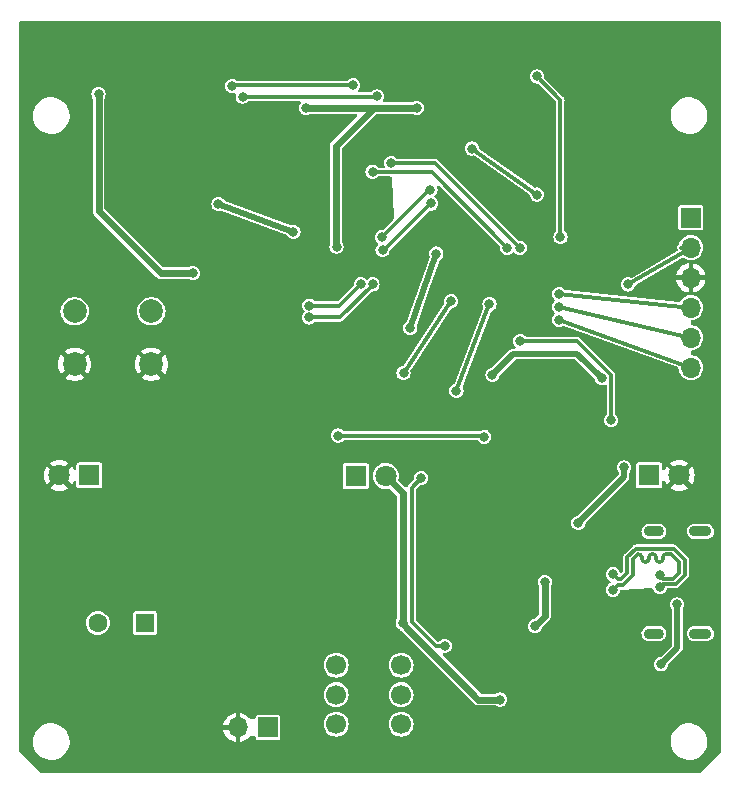
<source format=gbl>
%TF.GenerationSoftware,KiCad,Pcbnew,7.0.7*%
%TF.CreationDate,2023-11-27T18:29:32+03:00*%
%TF.ProjectId,Bagryanets,42616772-7961-46e6-9574-732e6b696361,rev?*%
%TF.SameCoordinates,PX68e7780PY7bfa480*%
%TF.FileFunction,Copper,L2,Bot*%
%TF.FilePolarity,Positive*%
%FSLAX46Y46*%
G04 Gerber Fmt 4.6, Leading zero omitted, Abs format (unit mm)*
G04 Created by KiCad (PCBNEW 7.0.7) date 2023-11-27 18:29:32*
%MOMM*%
%LPD*%
G01*
G04 APERTURE LIST*
%TA.AperFunction,ComponentPad*%
%ADD10R,1.600000X1.600000*%
%TD*%
%TA.AperFunction,ComponentPad*%
%ADD11C,1.600000*%
%TD*%
%TA.AperFunction,ComponentPad*%
%ADD12C,2.000000*%
%TD*%
%TA.AperFunction,ComponentPad*%
%ADD13C,1.700000*%
%TD*%
%TA.AperFunction,ComponentPad*%
%ADD14O,1.900000X0.900000*%
%TD*%
%TA.AperFunction,ComponentPad*%
%ADD15O,1.700000X0.900000*%
%TD*%
%TA.AperFunction,ComponentPad*%
%ADD16R,1.800000X1.800000*%
%TD*%
%TA.AperFunction,ComponentPad*%
%ADD17C,1.800000*%
%TD*%
%TA.AperFunction,ComponentPad*%
%ADD18R,1.700000X1.700000*%
%TD*%
%TA.AperFunction,ComponentPad*%
%ADD19O,1.700000X1.700000*%
%TD*%
%TA.AperFunction,ViaPad*%
%ADD20C,0.800000*%
%TD*%
%TA.AperFunction,Conductor*%
%ADD21C,0.500000*%
%TD*%
%TA.AperFunction,Conductor*%
%ADD22C,0.600000*%
%TD*%
%TA.AperFunction,Conductor*%
%ADD23C,0.300000*%
%TD*%
G04 APERTURE END LIST*
D10*
%TO.P,HA1,1,-*%
%TO.N,/Unst.power*%
X8945000Y13035000D03*
D11*
%TO.P,HA1,2,+*%
%TO.N,Net-(HA1-+)*%
X4945000Y13035000D03*
%TD*%
D12*
%TO.P,SB2,1,1*%
%TO.N,GND*%
X9475000Y34925000D03*
X2975000Y34925000D03*
%TO.P,SB2,2,2*%
%TO.N,Net-(DD1-NRST)*%
X9475000Y39425000D03*
X2975000Y39425000D03*
%TD*%
D13*
%TO.P,SB1,1*%
%TO.N,/Battery*%
X30620000Y9460000D03*
%TO.P,SB1,2*%
%TO.N,Net-(R5-Pad1)*%
X30620000Y6960000D03*
%TO.P,SB1,3*%
%TO.N,unconnected-(SB1-Pad3)*%
X30620000Y4460000D03*
%TO.P,SB1,4*%
%TO.N,/Battery*%
X25120000Y9460000D03*
%TO.P,SB1,5*%
%TO.N,Net-(R5-Pad1)*%
X25120000Y6960000D03*
%TO.P,SB1,6*%
%TO.N,unconnected-(SB1-Pad6)*%
X25120000Y4460000D03*
%TD*%
D14*
%TO.P,XS1,SHLD1*%
%TO.N,unconnected-(XS1-PadSHLD1)*%
X55965000Y12125000D03*
D15*
%TO.P,XS1,SHLD2*%
%TO.N,unconnected-(XS1-PadSHLD2)*%
X52025000Y12125000D03*
%TO.P,XS1,SHLD3*%
%TO.N,unconnected-(XS1-PadSHLD3)*%
X52025000Y20775000D03*
D14*
%TO.P,XS1,SHLD4*%
%TO.N,unconnected-(XS1-PadSHLD4)*%
X55965000Y20775000D03*
%TD*%
D16*
%TO.P,VD5,1,K*%
%TO.N,Net-(DA3--)*%
X4225000Y25525000D03*
D17*
%TO.P,VD5,2,A*%
%TO.N,GND*%
X1685000Y25525000D03*
%TD*%
D16*
%TO.P,VD6,1,K*%
%TO.N,Net-(VD6-K)*%
X26775000Y25475000D03*
D17*
%TO.P,VD6,2,A*%
%TO.N,/Unst.power*%
X29315000Y25475000D03*
%TD*%
D16*
%TO.P,VD4,1,K*%
%TO.N,Net-(DA2--)*%
X51625000Y25525000D03*
D17*
%TO.P,VD4,2,A*%
%TO.N,GND*%
X54165000Y25525000D03*
%TD*%
D18*
%TO.P,XP2,1*%
%TO.N,Net-(R5-Pad1)*%
X19345000Y4185000D03*
D19*
%TO.P,XP2,2*%
%TO.N,GND*%
X16805000Y4185000D03*
%TD*%
D18*
%TO.P,XP1,1*%
%TO.N,+3V3*%
X55151000Y47345000D03*
D19*
%TO.P,XP1,2*%
%TO.N,/SWCLK*%
X55151000Y44805000D03*
%TO.P,XP1,3*%
%TO.N,GND*%
X55151000Y42265000D03*
%TO.P,XP1,4*%
%TO.N,/SWDIO*%
X55151000Y39725000D03*
%TO.P,XP1,5*%
%TO.N,/UART_TX*%
X55151000Y37185000D03*
%TO.P,XP1,6*%
%TO.N,/UART_RX*%
X55151000Y34645000D03*
%TD*%
D20*
%TO.N,GND*%
X0Y15000000D03*
X46400000Y13800000D03*
X20200000Y52400000D03*
X52500000Y63500000D03*
X39400000Y43700000D03*
X6500000Y63500000D03*
X40000000Y63500000D03*
X7100000Y50500000D03*
X5000000Y45000000D03*
X15000000Y5000000D03*
X10000000Y20000000D03*
X50000000Y63500000D03*
X38000000Y42300000D03*
X20000000Y63500000D03*
X18600000Y54100000D03*
X46000000Y28300000D03*
X41400000Y42300000D03*
X9300000Y26100000D03*
X35000000Y60000000D03*
X9400000Y48700000D03*
X0Y60000000D03*
X40100000Y24900000D03*
X6500000Y55400000D03*
X12500000Y63500000D03*
X14100000Y17900000D03*
X42000000Y37800000D03*
X37700000Y23900000D03*
X44200000Y31600000D03*
X37500000Y63500000D03*
X48100000Y45900000D03*
X48375000Y54575000D03*
X21200000Y59700000D03*
X17500000Y63500000D03*
X30900000Y57700000D03*
X45000000Y5000000D03*
X6300000Y53900000D03*
X40600000Y56100000D03*
X36650000Y13100000D03*
X50000000Y60000000D03*
X8000000Y61700000D03*
X20000000Y20000000D03*
X12300000Y52100000D03*
X22500000Y63500000D03*
X29300000Y47300000D03*
X10000000Y10000000D03*
X0Y10000000D03*
X55000000Y50000000D03*
X47800000Y16500000D03*
X43300000Y34100000D03*
X13700000Y54400000D03*
X9700000Y53300000D03*
X45500000Y43100000D03*
X11500000Y22000000D03*
X30000000Y60000000D03*
X36900000Y9900000D03*
X29000000Y36400000D03*
X25000000Y63500000D03*
X39600000Y15700000D03*
X23000000Y52100000D03*
X21700000Y55500000D03*
X52750000Y48900000D03*
X-1000000Y63500000D03*
X16200000Y46900000D03*
X42500000Y63500000D03*
X40000000Y60000000D03*
X32100000Y8100000D03*
X47350000Y8250000D03*
X25700000Y55600000D03*
X12800000Y29000000D03*
X37700000Y27400000D03*
X4800000Y63500000D03*
X10000000Y5000000D03*
X55700000Y17600000D03*
X52700000Y45000000D03*
X45900000Y26800000D03*
X55000000Y63500000D03*
X7600000Y48900000D03*
X49850000Y42850000D03*
X52600000Y33050000D03*
X42300000Y29800000D03*
X28800000Y20900000D03*
X37700000Y20900000D03*
X11200000Y61200000D03*
X8200000Y63500000D03*
X0Y45000000D03*
X5000000Y20000000D03*
X6500000Y56700000D03*
X11900000Y56600000D03*
X40000000Y5000000D03*
X42400000Y18300000D03*
X49700000Y20700000D03*
X33200000Y36000000D03*
X50600000Y46200000D03*
X40400000Y27800000D03*
X33800000Y32700000D03*
X20000000Y25000000D03*
X45300000Y18900000D03*
X29200000Y49900000D03*
X0Y20000000D03*
X48200000Y36000000D03*
X19200000Y50300000D03*
X20500000Y43700000D03*
X50800000Y27500000D03*
X33800000Y30100000D03*
X47500000Y63500000D03*
X6500000Y52200000D03*
X20000000Y15000000D03*
X12800000Y59000000D03*
X9200000Y56800000D03*
X35000000Y5000000D03*
X9700000Y51900000D03*
X15000000Y10000000D03*
X23500000Y59300000D03*
X25000000Y35400000D03*
X18900000Y45700000D03*
X54000000Y20200000D03*
X50000000Y50000000D03*
X0Y35000000D03*
X0Y40000000D03*
X27100000Y52400000D03*
X30000000Y63500000D03*
X35000000Y63500000D03*
X1000000Y63500000D03*
X20000000Y10000000D03*
X45600000Y32550000D03*
X10800000Y48700000D03*
X33400000Y26500000D03*
X45400000Y59300000D03*
X5000000Y5000000D03*
X10500000Y59800000D03*
X43100000Y24300000D03*
X16100000Y28975000D03*
X32500000Y63500000D03*
X5000000Y10000000D03*
X27700000Y63500000D03*
X21200000Y39000000D03*
X28300000Y23400000D03*
X32300000Y13500000D03*
X9600000Y54800000D03*
X40300000Y7900000D03*
X57000000Y63500000D03*
X49300000Y33800000D03*
X47600000Y49600000D03*
X52600000Y41400000D03*
X37700000Y18000000D03*
X17500000Y51000000D03*
X13400000Y36600000D03*
X11000000Y46900000D03*
X13950000Y44450000D03*
X40100000Y21800000D03*
X3000000Y63500000D03*
X13900000Y47300000D03*
X18500000Y59800000D03*
X18800000Y30200000D03*
X12700000Y27500000D03*
X55000000Y30000000D03*
X17700000Y43850000D03*
X47000000Y47000000D03*
X23900000Y49600000D03*
X29400000Y14100000D03*
X0Y50000000D03*
X23400000Y17400000D03*
X34625000Y46500000D03*
X5000000Y30000000D03*
X40000000Y19000000D03*
X15000000Y35000000D03*
X23800000Y46450000D03*
X38800000Y37500000D03*
X18500000Y56700000D03*
X8100000Y59900000D03*
X29200000Y34750000D03*
X15000000Y63500000D03*
X39700000Y30300000D03*
X50000000Y5000000D03*
X37500000Y8000000D03*
X49900000Y12200000D03*
X55000000Y60000000D03*
X0Y30000000D03*
X12900000Y55600000D03*
X37500000Y35500000D03*
X45000000Y63500000D03*
X13800000Y52000000D03*
X12650000Y45850000D03*
X55000000Y10000000D03*
X30900000Y40000000D03*
X5000000Y60000000D03*
X11000000Y52100000D03*
X29150000Y31500000D03*
X44100000Y14400000D03*
X16400000Y52200000D03*
X41400000Y32000000D03*
X10800000Y41000000D03*
%TO.N,/Unst.power*%
X38986800Y6550000D03*
X30750000Y13035000D03*
%TO.N,+3V3*%
X31400000Y38000000D03*
X15150000Y48500000D03*
X22550000Y56650000D03*
X47600000Y33750000D03*
X45625000Y21500000D03*
X21500000Y46150000D03*
X5000000Y57800000D03*
X25150000Y44900000D03*
X31950000Y56650000D03*
X13000000Y42650000D03*
X38350000Y34050000D03*
X49500000Y26200000D03*
X33600000Y44300000D03*
%TO.N,/OSC_IN*%
X42100000Y59305000D03*
X44110000Y45700000D03*
%TO.N,/IR_IN1*%
X28200000Y41700000D03*
X22850000Y38900000D03*
X33150000Y48550000D03*
X29050000Y44600000D03*
%TO.N,/IR_IN2*%
X48400000Y30200000D03*
X40700000Y36900000D03*
%TO.N,/USB.power*%
X42800000Y16500000D03*
X41950000Y12750000D03*
%TO.N,/L.RESET*%
X28200684Y51238656D03*
X39600000Y44800000D03*
%TO.N,/L.DIO1*%
X29779977Y51979977D03*
X40655331Y44805331D03*
%TO.N,/L.SCK*%
X17203439Y57600000D03*
X28554977Y57604977D03*
%TO.N,/L.MISO*%
X16311078Y58500000D03*
X26554977Y58554977D03*
%TO.N,/BatCtrl*%
X34850000Y40280500D03*
X30825000Y34200000D03*
%TO.N,/Buzzer*%
X38100000Y40030000D03*
X35300000Y32700000D03*
%TO.N,/IR_Out*%
X37650000Y28800000D03*
X25300000Y28900000D03*
%TO.N,/UART_TX*%
X44000000Y39800000D03*
%TO.N,/UART_RX*%
X44000000Y38700000D03*
%TO.N,/SWDIO*%
X44000000Y40900000D03*
%TO.N,/SWCLK*%
X49850000Y41700000D03*
%TO.N,/Battery*%
X32325000Y25300000D03*
X34300000Y11075000D03*
%TO.N,/Conn.D-*%
X52531379Y17064177D03*
X48557357Y15847761D03*
%TO.N,/Conn.D+*%
X52531379Y16065333D03*
X48555781Y17154065D03*
%TO.N,/VBUS*%
X54000000Y14600000D03*
X52600000Y9525000D03*
%TO.N,Net-(DD1-NRST)*%
X27200000Y41700000D03*
X42100000Y49300000D03*
X33100000Y49700000D03*
X36600000Y53200000D03*
X22850000Y39900000D03*
X29000000Y45700000D03*
%TD*%
D21*
%TO.N,GND*%
X29200000Y49900000D02*
X27800000Y49900000D01*
X27800000Y49900000D02*
X27100000Y50600000D01*
X27100000Y50600000D02*
X27100000Y52400000D01*
D22*
%TO.N,/Unst.power*%
X38986800Y6550000D02*
X37168400Y6550000D01*
X30750000Y13035000D02*
X30750000Y24040000D01*
X37168400Y6550000D02*
X30750000Y12968400D01*
X30750000Y12968400D02*
X30750000Y13035000D01*
X30750000Y24040000D02*
X29315000Y25475000D01*
%TO.N,+3V3*%
X31950000Y56650000D02*
X28300000Y56650000D01*
D21*
X47600000Y33750000D02*
X45550000Y35800000D01*
X45625000Y21525000D02*
X49500000Y25400000D01*
D22*
X5000000Y47900000D02*
X10250000Y42650000D01*
D21*
X49500000Y25400000D02*
X49500000Y26200000D01*
X40100000Y35800000D02*
X38350000Y34050000D01*
X45625000Y21500000D02*
X45625000Y21525000D01*
D22*
X28300000Y56650000D02*
X22550000Y56650000D01*
X5000000Y57800000D02*
X5000000Y47900000D01*
X25150000Y44900000D02*
X25100000Y44950000D01*
X25100000Y44950000D02*
X25100000Y53450000D01*
D21*
X31400000Y38000000D02*
X33600000Y44300000D01*
X21500000Y46150000D02*
X15150000Y48500000D01*
D22*
X10250000Y42650000D02*
X13000000Y42650000D01*
X25100000Y53450000D02*
X28300000Y56650000D01*
D21*
X45550000Y35800000D02*
X40100000Y35800000D01*
D23*
%TO.N,/OSC_IN*%
X42100000Y59305000D02*
X44100000Y57305000D01*
X44100000Y45710000D02*
X44110000Y45700000D01*
X44100000Y57305000D02*
X44100000Y45710000D01*
%TO.N,/IR_IN1*%
X28200000Y41639339D02*
X25460661Y38900000D01*
X33150000Y48600000D02*
X29150000Y44600000D01*
X29150000Y44600000D02*
X29050000Y44600000D01*
X25460661Y38900000D02*
X22850000Y38900000D01*
X28200000Y41700000D02*
X28200000Y41639339D01*
%TO.N,/IR_IN2*%
X48400000Y34010661D02*
X45510661Y36900000D01*
X48400000Y30200000D02*
X48400000Y34010661D01*
X45510661Y36900000D02*
X40700000Y36900000D01*
D22*
%TO.N,/USB.power*%
X41950000Y12750000D02*
X42800000Y13600000D01*
X42800000Y13600000D02*
X42800000Y16500000D01*
D23*
%TO.N,/L.RESET*%
X28239340Y51200000D02*
X33200000Y51200000D01*
X33200000Y51200000D02*
X39600000Y44800000D01*
X28200684Y51238656D02*
X28239340Y51200000D01*
%TO.N,/L.DIO1*%
X33510661Y51950000D02*
X29809954Y51950000D01*
X29809954Y51950000D02*
X29779977Y51979977D01*
X40655331Y44805331D02*
X33510661Y51950000D01*
%TO.N,/L.SCK*%
X28554977Y57604977D02*
X28550000Y57600000D01*
X28550000Y57600000D02*
X17203439Y57600000D01*
%TO.N,/L.MISO*%
X26550000Y58550000D02*
X16361078Y58550000D01*
X16361078Y58550000D02*
X16311078Y58500000D01*
X26554977Y58554977D02*
X26550000Y58550000D01*
%TO.N,/BatCtrl*%
X34850000Y40280500D02*
X30825000Y34200000D01*
%TO.N,/Buzzer*%
X35300000Y32700000D02*
X38100000Y40030000D01*
%TO.N,/IR_Out*%
X37550000Y28900000D02*
X37650000Y28800000D01*
X25300000Y28900000D02*
X37550000Y28900000D01*
%TO.N,/UART_TX*%
X44000000Y39800000D02*
X55151000Y37185000D01*
%TO.N,/UART_RX*%
X44000000Y38700000D02*
X55151000Y34645000D01*
%TO.N,/SWDIO*%
X55126000Y39750000D02*
X55151000Y39725000D01*
X44000000Y40900000D02*
X55151000Y39725000D01*
%TO.N,/SWCLK*%
X54355000Y44805000D02*
X55151000Y44805000D01*
X49850000Y41700000D02*
X55151000Y44805000D01*
%TO.N,/Battery*%
X31500000Y24475000D02*
X31500000Y13137638D01*
X33562638Y11075000D02*
X34300000Y11075000D01*
X32325000Y25300000D02*
X31500000Y24475000D01*
X31500000Y13137638D02*
X33562638Y11075000D01*
%TO.N,/Conn.D-*%
X52805801Y16789755D02*
X52531379Y17064177D01*
X48984720Y16275124D02*
X49393324Y16275124D01*
X50993200Y18575000D02*
X50993200Y18486749D01*
X52193200Y18575000D02*
X52193200Y18486752D01*
X50225000Y18406800D02*
X50693200Y18875000D01*
X50225000Y17106800D02*
X50225000Y18406800D01*
X53671555Y16789755D02*
X52805801Y16789755D01*
X54175000Y17293200D02*
X53671555Y16789755D01*
X48557357Y15847761D02*
X48984720Y16275124D01*
X54175000Y18206800D02*
X54175000Y17293200D01*
X52793200Y18486752D02*
X52793200Y18575000D01*
X51593200Y18486749D02*
X51593200Y18575000D01*
X49393324Y16275124D02*
X50225000Y17106800D01*
X53093200Y18875000D02*
X53506800Y18875000D01*
X53506800Y18875000D02*
X54175000Y18206800D01*
X51893200Y18875000D02*
G75*
G03*
X51593200Y18575000I0J-300000D01*
G01*
X53093200Y18875000D02*
G75*
G03*
X52793200Y18575000I0J-300000D01*
G01*
X52193152Y18486752D02*
G75*
G03*
X52493200Y18186752I300048J48D01*
G01*
X51293200Y18186700D02*
G75*
G03*
X51593200Y18486749I0J300000D01*
G01*
X52493200Y18186800D02*
G75*
G03*
X52793200Y18486752I0J300000D01*
G01*
X52193200Y18575000D02*
G75*
G03*
X51893200Y18875000I-300000J0D01*
G01*
X50993249Y18486749D02*
G75*
G03*
X51293200Y18186749I299951J-49D01*
G01*
X50993200Y18575000D02*
G75*
G03*
X50693200Y18875000I-300000J0D01*
G01*
%TO.N,/Conn.D+*%
X48555781Y17154065D02*
X48984720Y16725126D01*
X50506800Y19325000D02*
X53693200Y19325000D01*
X49775000Y17293200D02*
X49775000Y18593200D01*
X54625000Y17106800D02*
X53857955Y16339755D01*
X53693200Y19325000D02*
X54625000Y18393200D01*
X53857955Y16339755D02*
X52805801Y16339755D01*
X54625000Y18393200D02*
X54625000Y17106800D01*
X49206926Y16725126D02*
X49775000Y17293200D01*
X48984720Y16725126D02*
X49206926Y16725126D01*
X52805801Y16339755D02*
X52531379Y16065333D01*
X49775000Y18593200D02*
X50506800Y19325000D01*
D21*
%TO.N,/VBUS*%
X54000000Y14600000D02*
X54000000Y10925000D01*
X54000000Y10925000D02*
X52600000Y9525000D01*
D23*
%TO.N,Net-(DD1-NRST)*%
X22850000Y39900000D02*
X25400000Y39900000D01*
X42100000Y49300000D02*
X36600000Y53200000D01*
X25400000Y39900000D02*
X27200000Y41700000D01*
X29000000Y45700000D02*
X29000000Y45750000D01*
X29000000Y45750000D02*
X32950000Y49700000D01*
X32950000Y49700000D02*
X33100000Y49700000D01*
%TD*%
%TA.AperFunction,Conductor*%
%TO.N,GND*%
G36*
X57642539Y63980315D02*
G01*
X57688294Y63927511D01*
X57699500Y63876000D01*
X57699500Y2175833D01*
X57679815Y2108794D01*
X57663181Y2088152D01*
X55911848Y336819D01*
X55850525Y303334D01*
X55824167Y300500D01*
X175833Y300500D01*
X108794Y320185D01*
X88152Y336819D01*
X-1663181Y2088152D01*
X-1696666Y2149475D01*
X-1699500Y2175833D01*
X-1699500Y2937371D01*
X-554283Y2937371D01*
X-524108Y2688850D01*
X-454460Y2448399D01*
X-347140Y2222225D01*
X-274059Y2116350D01*
X-204932Y2016203D01*
X-31516Y1835659D01*
X168615Y1685270D01*
X390279Y1568931D01*
X627734Y1489657D01*
X627737Y1489657D01*
X627739Y1489656D01*
X874828Y1449500D01*
X874831Y1449500D01*
X1062482Y1449500D01*
X1156003Y1457051D01*
X1249527Y1464600D01*
X1492591Y1524510D01*
X1722897Y1622634D01*
X1934481Y1756432D01*
X2121862Y1922437D01*
X2280188Y2116350D01*
X2405357Y2333150D01*
X2494128Y2567220D01*
X2544202Y2812500D01*
X2549234Y2937371D01*
X53445717Y2937371D01*
X53475892Y2688850D01*
X53545540Y2448399D01*
X53652860Y2222225D01*
X53725941Y2116350D01*
X53795068Y2016203D01*
X53968484Y1835659D01*
X54168615Y1685270D01*
X54390279Y1568931D01*
X54627734Y1489657D01*
X54627737Y1489657D01*
X54627739Y1489656D01*
X54874828Y1449500D01*
X54874831Y1449500D01*
X55062482Y1449500D01*
X55156003Y1457051D01*
X55249527Y1464600D01*
X55492591Y1524510D01*
X55722897Y1622634D01*
X55934481Y1756432D01*
X56121862Y1922437D01*
X56280188Y2116350D01*
X56405357Y2333150D01*
X56494128Y2567220D01*
X56544202Y2812500D01*
X56549714Y2949290D01*
X56554282Y3062629D01*
X56554282Y3062635D01*
X56524107Y3311151D01*
X56473818Y3484768D01*
X56454459Y3551604D01*
X56347141Y3777772D01*
X56347140Y3777773D01*
X56347139Y3777776D01*
X56204933Y3983795D01*
X56204932Y3983797D01*
X56031516Y4164341D01*
X55831385Y4314730D01*
X55831383Y4314731D01*
X55831382Y4314732D01*
X55609726Y4431067D01*
X55609722Y4431069D01*
X55609721Y4431069D01*
X55372266Y4510343D01*
X55372265Y4510344D01*
X55372260Y4510345D01*
X55125172Y4550500D01*
X55125169Y4550500D01*
X54937519Y4550500D01*
X54937518Y4550500D01*
X54750473Y4535401D01*
X54507411Y4475491D01*
X54277106Y4377368D01*
X54065514Y4243565D01*
X53878143Y4077569D01*
X53719809Y3883647D01*
X53594643Y3666852D01*
X53505871Y3432778D01*
X53455798Y3187507D01*
X53455797Y3187497D01*
X53445717Y2937372D01*
X53445717Y2937371D01*
X2549234Y2937371D01*
X2549714Y2949290D01*
X2554282Y3062629D01*
X2554282Y3062635D01*
X2524107Y3311151D01*
X2473818Y3484768D01*
X2454459Y3551604D01*
X2347141Y3777772D01*
X2347140Y3777773D01*
X2347139Y3777776D01*
X2204933Y3983795D01*
X2204932Y3983797D01*
X2203776Y3985000D01*
X15567723Y3985000D01*
X15569288Y3967113D01*
X15569288Y3967109D01*
X15625894Y3755850D01*
X15625898Y3755841D01*
X15718333Y3557613D01*
X15843787Y3378446D01*
X15998445Y3223788D01*
X16177612Y3098334D01*
X16375840Y3005899D01*
X16375849Y3005895D01*
X16587105Y2949290D01*
X16587116Y2949288D01*
X16604998Y2947724D01*
X16604999Y2947724D01*
X16604999Y3395639D01*
X16624684Y3462678D01*
X16677488Y3508433D01*
X16746646Y3518377D01*
X16786886Y3500000D01*
X16800000Y3500000D01*
X16881000Y3500000D01*
X16948039Y3480315D01*
X16993794Y3427511D01*
X17005000Y3376000D01*
X17005000Y2947724D01*
X17022887Y2949289D01*
X17022891Y2949289D01*
X17234150Y3005895D01*
X17234159Y3005899D01*
X17432387Y3098334D01*
X17611554Y3223788D01*
X17766211Y3378445D01*
X17766216Y3378451D01*
X17814301Y3447123D01*
X17868877Y3490748D01*
X17915876Y3500000D01*
X18170500Y3500000D01*
X18237539Y3480315D01*
X18283294Y3427511D01*
X18294500Y3376000D01*
X18294500Y3315248D01*
X18306131Y3256771D01*
X18306132Y3256770D01*
X18350447Y3190448D01*
X18416769Y3146133D01*
X18416770Y3146132D01*
X18475247Y3134501D01*
X18475250Y3134500D01*
X18475252Y3134500D01*
X20214750Y3134500D01*
X20214751Y3134501D01*
X20229568Y3137448D01*
X20273229Y3146132D01*
X20273229Y3146133D01*
X20273231Y3146133D01*
X20339552Y3190448D01*
X20383867Y3256769D01*
X20383867Y3256771D01*
X20383868Y3256771D01*
X20395499Y3315248D01*
X20395500Y3315250D01*
X20395500Y4460000D01*
X24064417Y4460000D01*
X24084699Y4254068D01*
X24084700Y4254066D01*
X24144768Y4056046D01*
X24242315Y3873550D01*
X24276969Y3831323D01*
X24373589Y3713590D01*
X24430543Y3666850D01*
X24533550Y3582315D01*
X24716046Y3484768D01*
X24914066Y3424700D01*
X24914065Y3424700D01*
X24932529Y3422882D01*
X25120000Y3404417D01*
X25325934Y3424700D01*
X25523954Y3484768D01*
X25706450Y3582315D01*
X25866410Y3713590D01*
X25997685Y3873550D01*
X26095232Y4056046D01*
X26155300Y4254066D01*
X26175583Y4460000D01*
X26175583Y4460001D01*
X29564417Y4460001D01*
X29584699Y4254068D01*
X29584700Y4254066D01*
X29644768Y4056046D01*
X29742315Y3873550D01*
X29776969Y3831323D01*
X29873589Y3713590D01*
X29930543Y3666850D01*
X30033550Y3582315D01*
X30216046Y3484768D01*
X30414066Y3424700D01*
X30414065Y3424700D01*
X30432529Y3422882D01*
X30620000Y3404417D01*
X30825934Y3424700D01*
X31023954Y3484768D01*
X31206450Y3582315D01*
X31366410Y3713590D01*
X31497685Y3873550D01*
X31595232Y4056046D01*
X31655300Y4254066D01*
X31675583Y4460000D01*
X31655300Y4665934D01*
X31595232Y4863954D01*
X31497685Y5046450D01*
X31388451Y5179553D01*
X31366410Y5206411D01*
X31206452Y5337683D01*
X31206453Y5337683D01*
X31206450Y5337685D01*
X31023954Y5435232D01*
X30825934Y5495300D01*
X30825932Y5495301D01*
X30825934Y5495301D01*
X30620000Y5515583D01*
X30414067Y5495301D01*
X30216043Y5435231D01*
X30105897Y5376357D01*
X30033550Y5337685D01*
X30033548Y5337684D01*
X30033547Y5337683D01*
X29873589Y5206411D01*
X29742317Y5046453D01*
X29644769Y4863957D01*
X29584699Y4665933D01*
X29564417Y4460001D01*
X26175583Y4460001D01*
X26155300Y4665934D01*
X26095232Y4863954D01*
X25997685Y5046450D01*
X25888451Y5179553D01*
X25866410Y5206411D01*
X25706452Y5337683D01*
X25706453Y5337683D01*
X25706450Y5337685D01*
X25523954Y5435232D01*
X25325934Y5495300D01*
X25325932Y5495301D01*
X25325934Y5495301D01*
X25120000Y5515583D01*
X24914067Y5495301D01*
X24716043Y5435231D01*
X24605897Y5376357D01*
X24533550Y5337685D01*
X24533548Y5337684D01*
X24533547Y5337683D01*
X24373589Y5206411D01*
X24242317Y5046453D01*
X24144769Y4863957D01*
X24084699Y4665933D01*
X24064417Y4460000D01*
X20395500Y4460000D01*
X20395500Y5054751D01*
X20395499Y5054753D01*
X20383868Y5113230D01*
X20383867Y5113231D01*
X20339552Y5179553D01*
X20273230Y5223868D01*
X20273229Y5223869D01*
X20214752Y5235500D01*
X20214748Y5235500D01*
X18475252Y5235500D01*
X18475247Y5235500D01*
X18416770Y5223869D01*
X18416769Y5223868D01*
X18350447Y5179553D01*
X18306132Y5113231D01*
X18306131Y5113230D01*
X18294500Y5054753D01*
X18294500Y5024000D01*
X18274815Y4956961D01*
X18222011Y4911206D01*
X18170500Y4900000D01*
X17894870Y4900000D01*
X17827831Y4919685D01*
X17793296Y4952875D01*
X17766209Y4991558D01*
X17611554Y5146213D01*
X17432387Y5271667D01*
X17234159Y5364102D01*
X17234150Y5364106D01*
X17022889Y5420712D01*
X17005000Y5422278D01*
X17005000Y5024000D01*
X16985315Y4956961D01*
X16932511Y4911206D01*
X16881000Y4900000D01*
X16786131Y4900000D01*
X16755354Y4883195D01*
X16685662Y4888181D01*
X16629730Y4930054D01*
X16605315Y4995519D01*
X16604999Y5004362D01*
X16604999Y5422278D01*
X16604998Y5422278D01*
X16587109Y5420712D01*
X16375849Y5364106D01*
X16375840Y5364102D01*
X16177612Y5271667D01*
X16177608Y5271665D01*
X15998450Y5146217D01*
X15998444Y5146212D01*
X15843788Y4991556D01*
X15843783Y4991550D01*
X15718335Y4812392D01*
X15718333Y4812388D01*
X15625898Y4614160D01*
X15625894Y4614151D01*
X15569288Y4402892D01*
X15569288Y4402888D01*
X15567723Y4385000D01*
X16181000Y4385000D01*
X16248039Y4365315D01*
X16293794Y4312511D01*
X16305000Y4261000D01*
X16305000Y4109000D01*
X16285315Y4041961D01*
X16232511Y3996206D01*
X16181000Y3985000D01*
X15567723Y3985000D01*
X2203776Y3985000D01*
X2031516Y4164341D01*
X1831385Y4314730D01*
X1831383Y4314731D01*
X1831382Y4314732D01*
X1609726Y4431067D01*
X1609722Y4431069D01*
X1609721Y4431069D01*
X1372266Y4510343D01*
X1372265Y4510344D01*
X1372260Y4510345D01*
X1125172Y4550500D01*
X1125169Y4550500D01*
X937519Y4550500D01*
X937518Y4550500D01*
X750473Y4535401D01*
X507411Y4475491D01*
X277106Y4377368D01*
X65514Y4243565D01*
X-121857Y4077569D01*
X-280191Y3883647D01*
X-405357Y3666852D01*
X-494129Y3432778D01*
X-544202Y3187507D01*
X-544203Y3187497D01*
X-554283Y2937372D01*
X-554283Y2937371D01*
X-1699500Y2937371D01*
X-1699500Y6960001D01*
X24064417Y6960001D01*
X24084699Y6754068D01*
X24114734Y6655057D01*
X24144768Y6556046D01*
X24242315Y6373550D01*
X24242317Y6373548D01*
X24373589Y6213590D01*
X24470209Y6134298D01*
X24533550Y6082315D01*
X24716046Y5984768D01*
X24914066Y5924700D01*
X24914065Y5924700D01*
X24932529Y5922882D01*
X25120000Y5904417D01*
X25325934Y5924700D01*
X25523954Y5984768D01*
X25706450Y6082315D01*
X25866410Y6213590D01*
X25997685Y6373550D01*
X26095232Y6556046D01*
X26155300Y6754066D01*
X26175583Y6960000D01*
X29564417Y6960000D01*
X29584699Y6754068D01*
X29614734Y6655057D01*
X29644768Y6556046D01*
X29742315Y6373550D01*
X29742317Y6373548D01*
X29873589Y6213590D01*
X29970209Y6134298D01*
X30033550Y6082315D01*
X30216046Y5984768D01*
X30414066Y5924700D01*
X30414065Y5924700D01*
X30432529Y5922882D01*
X30620000Y5904417D01*
X30825934Y5924700D01*
X31023954Y5984768D01*
X31206450Y6082315D01*
X31366410Y6213590D01*
X31497685Y6373550D01*
X31595232Y6556046D01*
X31655300Y6754066D01*
X31675583Y6960000D01*
X31655300Y7165934D01*
X31595232Y7363954D01*
X31497685Y7546450D01*
X31445702Y7609791D01*
X31366410Y7706411D01*
X31206452Y7837683D01*
X31206453Y7837683D01*
X31206450Y7837685D01*
X31023954Y7935232D01*
X30825934Y7995300D01*
X30825932Y7995301D01*
X30825934Y7995301D01*
X30620000Y8015583D01*
X30414067Y7995301D01*
X30216043Y7935231D01*
X30105897Y7876357D01*
X30033550Y7837685D01*
X30033548Y7837684D01*
X30033547Y7837683D01*
X29873589Y7706411D01*
X29742317Y7546453D01*
X29644769Y7363957D01*
X29584699Y7165933D01*
X29564417Y6960000D01*
X26175583Y6960000D01*
X26155300Y7165934D01*
X26095232Y7363954D01*
X25997685Y7546450D01*
X25945702Y7609791D01*
X25866410Y7706411D01*
X25706452Y7837683D01*
X25706453Y7837683D01*
X25706450Y7837685D01*
X25523954Y7935232D01*
X25325934Y7995300D01*
X25325932Y7995301D01*
X25325934Y7995301D01*
X25120000Y8015583D01*
X24914067Y7995301D01*
X24716043Y7935231D01*
X24605897Y7876357D01*
X24533550Y7837685D01*
X24533548Y7837684D01*
X24533547Y7837683D01*
X24373589Y7706411D01*
X24242317Y7546453D01*
X24144769Y7363957D01*
X24084699Y7165933D01*
X24064417Y6960001D01*
X-1699500Y6960001D01*
X-1699500Y9460000D01*
X24064417Y9460000D01*
X24084699Y9254068D01*
X24084700Y9254066D01*
X24144768Y9056046D01*
X24242315Y8873550D01*
X24242317Y8873548D01*
X24373589Y8713590D01*
X24470209Y8634298D01*
X24533550Y8582315D01*
X24716046Y8484768D01*
X24914066Y8424700D01*
X24914065Y8424700D01*
X24932529Y8422882D01*
X25120000Y8404417D01*
X25325934Y8424700D01*
X25523954Y8484768D01*
X25706450Y8582315D01*
X25866410Y8713590D01*
X25997685Y8873550D01*
X26095232Y9056046D01*
X26155300Y9254066D01*
X26175583Y9460000D01*
X29564417Y9460000D01*
X29584699Y9254068D01*
X29584700Y9254066D01*
X29644768Y9056046D01*
X29742315Y8873550D01*
X29742317Y8873548D01*
X29873589Y8713590D01*
X29970209Y8634298D01*
X30033550Y8582315D01*
X30216046Y8484768D01*
X30414066Y8424700D01*
X30414065Y8424700D01*
X30432529Y8422882D01*
X30620000Y8404417D01*
X30825934Y8424700D01*
X31023954Y8484768D01*
X31206450Y8582315D01*
X31366410Y8713590D01*
X31497685Y8873550D01*
X31595232Y9056046D01*
X31655300Y9254066D01*
X31675583Y9460000D01*
X31655300Y9665934D01*
X31595232Y9863954D01*
X31497685Y10046450D01*
X31432467Y10125919D01*
X31366410Y10206411D01*
X31248677Y10303031D01*
X31206450Y10337685D01*
X31023954Y10435232D01*
X30825934Y10495300D01*
X30825932Y10495301D01*
X30825934Y10495301D01*
X30620000Y10515583D01*
X30414067Y10495301D01*
X30216043Y10435231D01*
X30139004Y10394052D01*
X30033550Y10337685D01*
X30033548Y10337684D01*
X30033547Y10337683D01*
X29873589Y10206411D01*
X29742317Y10046453D01*
X29644769Y9863957D01*
X29584699Y9665933D01*
X29564417Y9460000D01*
X26175583Y9460000D01*
X26155300Y9665934D01*
X26095232Y9863954D01*
X25997685Y10046450D01*
X25932467Y10125919D01*
X25866410Y10206411D01*
X25748677Y10303031D01*
X25706450Y10337685D01*
X25523954Y10435232D01*
X25325934Y10495300D01*
X25325932Y10495301D01*
X25325934Y10495301D01*
X25138463Y10513765D01*
X25120000Y10515583D01*
X25119999Y10515583D01*
X24914067Y10495301D01*
X24716043Y10435231D01*
X24639004Y10394052D01*
X24533550Y10337685D01*
X24533548Y10337684D01*
X24533547Y10337683D01*
X24373589Y10206411D01*
X24242317Y10046453D01*
X24144769Y9863957D01*
X24084699Y9665933D01*
X24064417Y9460000D01*
X-1699500Y9460000D01*
X-1699500Y13035000D01*
X3939659Y13035000D01*
X3958975Y12838871D01*
X3958976Y12838868D01*
X4001232Y12699568D01*
X4016188Y12650267D01*
X4109086Y12476468D01*
X4109090Y12476461D01*
X4234116Y12324117D01*
X4386460Y12199091D01*
X4386467Y12199087D01*
X4560266Y12106189D01*
X4560269Y12106189D01*
X4560273Y12106186D01*
X4748868Y12048976D01*
X4945000Y12029659D01*
X5141132Y12048976D01*
X5329727Y12106186D01*
X5503538Y12199090D01*
X5523226Y12215248D01*
X7944500Y12215248D01*
X7956131Y12156771D01*
X7956132Y12156770D01*
X8000447Y12090448D01*
X8066769Y12046133D01*
X8066770Y12046132D01*
X8125247Y12034501D01*
X8125250Y12034500D01*
X8125252Y12034500D01*
X9764750Y12034500D01*
X9764751Y12034501D01*
X9779568Y12037448D01*
X9823229Y12046132D01*
X9823229Y12046133D01*
X9823231Y12046133D01*
X9889552Y12090448D01*
X9933867Y12156769D01*
X9933867Y12156771D01*
X9933868Y12156771D01*
X9945499Y12215248D01*
X9945500Y12215250D01*
X9945500Y13854751D01*
X9945499Y13854753D01*
X9933868Y13913230D01*
X9933867Y13913231D01*
X9889552Y13979553D01*
X9823230Y14023868D01*
X9823229Y14023869D01*
X9764752Y14035500D01*
X9764748Y14035500D01*
X8125252Y14035500D01*
X8125247Y14035500D01*
X8066770Y14023869D01*
X8066769Y14023868D01*
X8000447Y13979553D01*
X7956132Y13913231D01*
X7956131Y13913230D01*
X7944500Y13854753D01*
X7944500Y12215248D01*
X5523226Y12215248D01*
X5655883Y12324117D01*
X5780910Y12476462D01*
X5873814Y12650273D01*
X5931024Y12838868D01*
X5950341Y13035000D01*
X5931024Y13231132D01*
X5873814Y13419727D01*
X5873811Y13419731D01*
X5873811Y13419734D01*
X5780913Y13593533D01*
X5780909Y13593540D01*
X5655883Y13745884D01*
X5503539Y13870910D01*
X5503532Y13870914D01*
X5329733Y13963812D01*
X5329727Y13963814D01*
X5141132Y14021024D01*
X5141129Y14021025D01*
X4945000Y14040341D01*
X4748870Y14021025D01*
X4560266Y13963812D01*
X4386467Y13870914D01*
X4386460Y13870910D01*
X4234116Y13745884D01*
X4109090Y13593540D01*
X4109086Y13593533D01*
X4016188Y13419734D01*
X3958975Y13231130D01*
X3939659Y13035000D01*
X-1699500Y13035000D01*
X-1699500Y25524998D01*
X380034Y25524998D01*
X399858Y25298401D01*
X399860Y25298390D01*
X458730Y25078683D01*
X458734Y25078674D01*
X554866Y24872518D01*
X635095Y24757939D01*
X1141185Y25264030D01*
X1202508Y25297515D01*
X1272199Y25292531D01*
X1325813Y25253662D01*
X1375463Y25191402D01*
X1375466Y25191400D01*
X1405678Y25170801D01*
X1449980Y25116772D01*
X1458038Y25047369D01*
X1427295Y24984626D01*
X1423507Y24980667D01*
X917936Y24475097D01*
X1032517Y24394867D01*
X1238673Y24298735D01*
X1238682Y24298731D01*
X1458389Y24239861D01*
X1458400Y24239859D01*
X1684998Y24220034D01*
X1685002Y24220034D01*
X1911599Y24239859D01*
X1911610Y24239861D01*
X2131317Y24298731D01*
X2131331Y24298736D01*
X2337478Y24394864D01*
X2452062Y24475097D01*
X1947731Y24979427D01*
X1914246Y25040750D01*
X1919230Y25110441D01*
X1951069Y25158005D01*
X2040798Y25241260D01*
X2040802Y25241269D01*
X2046594Y25248528D01*
X2049212Y25246440D01*
X2087699Y25283149D01*
X2156304Y25296384D01*
X2221173Y25270427D01*
X2232219Y25260624D01*
X2734903Y24757938D01*
X2815136Y24872522D01*
X2888118Y25029031D01*
X2934290Y25081471D01*
X3001484Y25100623D01*
X3068365Y25080407D01*
X3113699Y25027242D01*
X3124500Y24976627D01*
X3124500Y24605248D01*
X3136131Y24546771D01*
X3136132Y24546770D01*
X3180447Y24480448D01*
X3246769Y24436133D01*
X3246770Y24436132D01*
X3305247Y24424501D01*
X3305250Y24424500D01*
X3305252Y24424500D01*
X5144750Y24424500D01*
X5144751Y24424501D01*
X5159568Y24427448D01*
X5203229Y24436132D01*
X5203229Y24436133D01*
X5203231Y24436133D01*
X5269552Y24480448D01*
X5313867Y24546769D01*
X5313867Y24546771D01*
X5313868Y24546771D01*
X5315554Y24555248D01*
X25674500Y24555248D01*
X25686131Y24496771D01*
X25686132Y24496770D01*
X25730447Y24430448D01*
X25796769Y24386133D01*
X25796770Y24386132D01*
X25855247Y24374501D01*
X25855250Y24374500D01*
X25855252Y24374500D01*
X27694750Y24374500D01*
X27694751Y24374501D01*
X27709568Y24377448D01*
X27753229Y24386132D01*
X27753229Y24386133D01*
X27753231Y24386133D01*
X27819552Y24430448D01*
X27863867Y24496769D01*
X27863867Y24496771D01*
X27863868Y24496771D01*
X27875499Y24555248D01*
X27875500Y24555250D01*
X27875500Y25475000D01*
X28209785Y25475000D01*
X28228602Y25271918D01*
X28284417Y25075753D01*
X28284422Y25075740D01*
X28375327Y24893179D01*
X28498237Y24730419D01*
X28648958Y24593020D01*
X28648960Y24593018D01*
X28656196Y24588538D01*
X28822363Y24485652D01*
X29012544Y24411976D01*
X29213024Y24374500D01*
X29213026Y24374500D01*
X29416974Y24374500D01*
X29416976Y24374500D01*
X29597655Y24408275D01*
X29667168Y24401244D01*
X29708119Y24374067D01*
X30213181Y23869005D01*
X30246666Y23807682D01*
X30249500Y23781324D01*
X30249500Y13411258D01*
X30229815Y13344219D01*
X30226073Y13338897D01*
X30225465Y13337844D01*
X30164956Y13191763D01*
X30164955Y13191761D01*
X30144318Y13035002D01*
X30144318Y13034999D01*
X30164955Y12878240D01*
X30164956Y12878238D01*
X30207511Y12775500D01*
X30225464Y12732159D01*
X30321718Y12606718D01*
X30447159Y12510464D01*
X30447160Y12510464D01*
X30447161Y12510463D01*
X30514784Y12482453D01*
X30555013Y12455573D01*
X36767014Y6243573D01*
X36783650Y6222929D01*
X36786257Y6218872D01*
X36825463Y6184900D01*
X36828704Y6181883D01*
X36839807Y6170780D01*
X36839810Y6170778D01*
X36839812Y6170776D01*
X36852370Y6161375D01*
X36855818Y6158597D01*
X36895023Y6124626D01*
X36895024Y6124625D01*
X36895025Y6124625D01*
X36895027Y6124623D01*
X36899410Y6122621D01*
X36922207Y6109095D01*
X36926069Y6106204D01*
X36974695Y6088068D01*
X36978751Y6086388D01*
X36987668Y6082315D01*
X37025940Y6064836D01*
X37025941Y6064836D01*
X37025943Y6064835D01*
X37030712Y6064150D01*
X37056402Y6057593D01*
X37060917Y6055909D01*
X37112658Y6052209D01*
X37117057Y6051736D01*
X37132601Y6049500D01*
X37148306Y6049500D01*
X37152728Y6049343D01*
X37204473Y6045641D01*
X37209184Y6046666D01*
X37235543Y6049500D01*
X38610543Y6049500D01*
X38677582Y6029815D01*
X38682899Y6026076D01*
X38683957Y6025466D01*
X38683959Y6025464D01*
X38683960Y6025464D01*
X38683963Y6025462D01*
X38756998Y5995211D01*
X38830038Y5964956D01*
X38908418Y5954638D01*
X38986799Y5944318D01*
X38986800Y5944318D01*
X38986801Y5944318D01*
X39039054Y5951198D01*
X39143562Y5964956D01*
X39289641Y6025464D01*
X39415082Y6121718D01*
X39511336Y6247159D01*
X39571844Y6393238D01*
X39592482Y6550000D01*
X39591686Y6556044D01*
X39571844Y6706761D01*
X39571844Y6706762D01*
X39511336Y6852841D01*
X39415082Y6978282D01*
X39289641Y7074536D01*
X39259987Y7086819D01*
X39143562Y7135044D01*
X39143560Y7135045D01*
X38986801Y7155682D01*
X38986799Y7155682D01*
X38830039Y7135045D01*
X38830034Y7135043D01*
X38683963Y7074539D01*
X38676924Y7070474D01*
X38675917Y7072217D01*
X38620868Y7050931D01*
X38610543Y7050500D01*
X37427075Y7050500D01*
X37360036Y7070185D01*
X37339394Y7086819D01*
X34901215Y9524999D01*
X51994318Y9524999D01*
X52014955Y9368240D01*
X52014956Y9368238D01*
X52075464Y9222159D01*
X52171718Y9096718D01*
X52297159Y9000464D01*
X52443238Y8939956D01*
X52521619Y8929638D01*
X52599999Y8919318D01*
X52600000Y8919318D01*
X52600001Y8919318D01*
X52652253Y8926198D01*
X52756762Y8939956D01*
X52902841Y9000464D01*
X53028282Y9096718D01*
X53124536Y9222159D01*
X53185044Y9368238D01*
X53195424Y9447085D01*
X53223688Y9510979D01*
X53230669Y9518567D01*
X54298205Y10586104D01*
X54303373Y10590723D01*
X54333970Y10615121D01*
X54367480Y10664272D01*
X54402793Y10712118D01*
X54402794Y10712121D01*
X54406787Y10719676D01*
X54410470Y10727324D01*
X54410470Y10727325D01*
X54410472Y10727327D01*
X54428007Y10784178D01*
X54447646Y10840301D01*
X54449232Y10848689D01*
X54450500Y10857096D01*
X54450500Y10916574D01*
X54452724Y10976008D01*
X54451684Y10985239D01*
X54452516Y10985333D01*
X54450500Y11000627D01*
X54450500Y12166167D01*
X54810624Y12166167D01*
X54820944Y12002140D01*
X54871732Y11845829D01*
X54871734Y11845825D01*
X54959798Y11707060D01*
X55079603Y11594555D01*
X55079611Y11594549D01*
X55159860Y11550432D01*
X55223632Y11515373D01*
X55382823Y11474500D01*
X55382827Y11474500D01*
X56505923Y11474500D01*
X56505925Y11474500D01*
X56505930Y11474501D01*
X56505934Y11474501D01*
X56519174Y11476174D01*
X56628058Y11489929D01*
X56780871Y11550432D01*
X56780878Y11550437D01*
X56913835Y11647035D01*
X56913835Y11647037D01*
X56913837Y11647037D01*
X57018600Y11773674D01*
X57088579Y11922387D01*
X57119376Y12083830D01*
X57109056Y12247860D01*
X57058268Y12404171D01*
X56970202Y12542940D01*
X56908829Y12600573D01*
X56850396Y12655446D01*
X56850388Y12655452D01*
X56706371Y12734626D01*
X56706361Y12734629D01*
X56547180Y12775500D01*
X56547177Y12775500D01*
X55424075Y12775500D01*
X55424065Y12775500D01*
X55301942Y12760071D01*
X55301939Y12760071D01*
X55149130Y12699569D01*
X55149121Y12699564D01*
X55016164Y12602966D01*
X55016162Y12602963D01*
X54911400Y12476327D01*
X54841420Y12327613D01*
X54840296Y12321718D01*
X54810624Y12166170D01*
X54810624Y12166168D01*
X54810624Y12166167D01*
X54450500Y12166167D01*
X54450500Y14158582D01*
X54470185Y14225620D01*
X54476124Y14234067D01*
X54492092Y14254879D01*
X54524536Y14297159D01*
X54585044Y14443238D01*
X54605682Y14600000D01*
X54585044Y14756762D01*
X54524536Y14902841D01*
X54428282Y15028282D01*
X54302841Y15124536D01*
X54156762Y15185044D01*
X54156760Y15185045D01*
X54000001Y15205682D01*
X53999999Y15205682D01*
X53843239Y15185045D01*
X53843237Y15185044D01*
X53697160Y15124537D01*
X53571718Y15028282D01*
X53475463Y14902840D01*
X53414956Y14756763D01*
X53414955Y14756761D01*
X53394318Y14600002D01*
X53394318Y14599999D01*
X53414955Y14443240D01*
X53414957Y14443235D01*
X53475461Y14297164D01*
X53475464Y14297159D01*
X53523876Y14234067D01*
X53549070Y14168898D01*
X53549500Y14158581D01*
X53549500Y11162967D01*
X53529815Y11095928D01*
X53513181Y11075286D01*
X52593577Y10155683D01*
X52532254Y10122198D01*
X52522083Y10120425D01*
X52443238Y10110044D01*
X52297160Y10049537D01*
X52171718Y9953282D01*
X52075463Y9827840D01*
X52014956Y9681763D01*
X52014955Y9681761D01*
X51994318Y9525002D01*
X51994318Y9524999D01*
X34901215Y9524999D01*
X34163177Y10263037D01*
X34129692Y10324360D01*
X34134676Y10394052D01*
X34176548Y10449985D01*
X34242012Y10474402D01*
X34267041Y10473658D01*
X34300000Y10469318D01*
X34300001Y10469318D01*
X34352254Y10476198D01*
X34456762Y10489956D01*
X34602841Y10550464D01*
X34728282Y10646718D01*
X34824536Y10772159D01*
X34885044Y10918238D01*
X34905682Y11075000D01*
X34905644Y11075286D01*
X34885044Y11231761D01*
X34885044Y11231762D01*
X34824536Y11377841D01*
X34728282Y11503282D01*
X34602841Y11599536D01*
X34488168Y11647035D01*
X34456762Y11660044D01*
X34456760Y11660045D01*
X34300001Y11680682D01*
X34299999Y11680682D01*
X34143239Y11660045D01*
X34143237Y11660044D01*
X33997160Y11599537D01*
X33990660Y11594549D01*
X33887476Y11515373D01*
X33871717Y11503281D01*
X33852861Y11478707D01*
X33796432Y11437505D01*
X33726686Y11433351D01*
X33666805Y11466514D01*
X32383321Y12749999D01*
X41344318Y12749999D01*
X41364955Y12593240D01*
X41364956Y12593238D01*
X41413382Y12476326D01*
X41425464Y12447159D01*
X41521718Y12321718D01*
X41647159Y12225464D01*
X41793238Y12164956D01*
X41855410Y12156771D01*
X41949999Y12144318D01*
X41950000Y12144318D01*
X41950001Y12144318D01*
X42002254Y12151198D01*
X42106762Y12164956D01*
X42109686Y12166167D01*
X50970624Y12166167D01*
X50980944Y12002140D01*
X51031732Y11845829D01*
X51031734Y11845825D01*
X51119798Y11707060D01*
X51239603Y11594555D01*
X51239611Y11594549D01*
X51319860Y11550432D01*
X51383632Y11515373D01*
X51542823Y11474500D01*
X51542827Y11474500D01*
X52465923Y11474500D01*
X52465925Y11474500D01*
X52465930Y11474501D01*
X52465934Y11474501D01*
X52479174Y11476174D01*
X52588058Y11489929D01*
X52740871Y11550432D01*
X52740878Y11550437D01*
X52873835Y11647035D01*
X52873835Y11647037D01*
X52873837Y11647037D01*
X52978600Y11773674D01*
X53048579Y11922387D01*
X53079376Y12083830D01*
X53069056Y12247860D01*
X53018268Y12404171D01*
X52930202Y12542940D01*
X52868829Y12600573D01*
X52810396Y12655446D01*
X52810388Y12655452D01*
X52666371Y12734626D01*
X52666361Y12734629D01*
X52507180Y12775500D01*
X52507177Y12775500D01*
X51584075Y12775500D01*
X51584065Y12775500D01*
X51461942Y12760071D01*
X51461939Y12760071D01*
X51309130Y12699569D01*
X51309121Y12699564D01*
X51176164Y12602966D01*
X51176162Y12602963D01*
X51071400Y12476327D01*
X51001420Y12327613D01*
X51000296Y12321718D01*
X50970624Y12166170D01*
X50970624Y12166168D01*
X50970624Y12166167D01*
X42109686Y12166167D01*
X42252841Y12225464D01*
X42378282Y12321718D01*
X42474536Y12447159D01*
X42535044Y12593238D01*
X42535044Y12593246D01*
X42537149Y12601094D01*
X42539094Y12600573D01*
X42562963Y12654542D01*
X42569950Y12662138D01*
X43106431Y13198619D01*
X43127068Y13215249D01*
X43131128Y13217857D01*
X43165109Y13257075D01*
X43168092Y13260280D01*
X43179221Y13271407D01*
X43188637Y13283986D01*
X43191417Y13287436D01*
X43225377Y13326627D01*
X43227375Y13331005D01*
X43240907Y13353811D01*
X43243796Y13357669D01*
X43261922Y13406272D01*
X43263614Y13410355D01*
X43267897Y13419734D01*
X43285165Y13457543D01*
X43285850Y13462315D01*
X43292409Y13488008D01*
X43294091Y13492517D01*
X43297791Y13544260D01*
X43298265Y13548660D01*
X43300500Y13564201D01*
X43300500Y13579906D01*
X43300658Y13584331D01*
X43301316Y13593533D01*
X43304359Y13636073D01*
X43303332Y13640794D01*
X43300500Y13667142D01*
X43300500Y16123743D01*
X43320185Y16190782D01*
X43323924Y16196100D01*
X43324532Y16197155D01*
X43324536Y16197159D01*
X43385044Y16343238D01*
X43399553Y16453443D01*
X43405682Y16499999D01*
X43405682Y16500002D01*
X43385044Y16656761D01*
X43385044Y16656762D01*
X43324536Y16802841D01*
X43228282Y16928282D01*
X43102841Y17024536D01*
X43045438Y17048313D01*
X42956762Y17085044D01*
X42956760Y17085045D01*
X42800001Y17105682D01*
X42799999Y17105682D01*
X42643239Y17085045D01*
X42643237Y17085044D01*
X42497160Y17024537D01*
X42371718Y16928282D01*
X42275463Y16802840D01*
X42214956Y16656763D01*
X42214955Y16656761D01*
X42194318Y16500002D01*
X42194318Y16499999D01*
X42214955Y16343240D01*
X42214957Y16343235D01*
X42275461Y16197164D01*
X42279526Y16190124D01*
X42277783Y16189118D01*
X42299069Y16134068D01*
X42299500Y16123743D01*
X42299500Y13858678D01*
X42279815Y13791639D01*
X42263181Y13770997D01*
X41862146Y13369962D01*
X41800823Y13336477D01*
X41794415Y13335360D01*
X41793241Y13335046D01*
X41647160Y13274537D01*
X41521718Y13178282D01*
X41425463Y13052840D01*
X41364956Y12906763D01*
X41364955Y12906761D01*
X41344318Y12750002D01*
X41344318Y12749999D01*
X32383321Y12749999D01*
X31886819Y13246501D01*
X31853334Y13307824D01*
X31850500Y13334182D01*
X31850500Y17154064D01*
X47950099Y17154064D01*
X47970736Y16997305D01*
X47970737Y16997303D01*
X48019535Y16879493D01*
X48031245Y16851224D01*
X48127499Y16725783D01*
X48252940Y16629529D01*
X48252941Y16629529D01*
X48252942Y16629528D01*
X48287659Y16615148D01*
X48342063Y16571308D01*
X48364128Y16505014D01*
X48346849Y16437314D01*
X48295712Y16389704D01*
X48287661Y16386026D01*
X48254516Y16372297D01*
X48129075Y16276043D01*
X48032820Y16150601D01*
X47972313Y16004524D01*
X47972312Y16004522D01*
X47951675Y15847763D01*
X47951675Y15847760D01*
X47972312Y15691001D01*
X47972313Y15691000D01*
X47972313Y15690999D01*
X48032821Y15544920D01*
X48129075Y15419479D01*
X48254516Y15323225D01*
X48400595Y15262717D01*
X48478976Y15252398D01*
X48557356Y15242079D01*
X48557357Y15242079D01*
X48557358Y15242079D01*
X48609611Y15248959D01*
X48714119Y15262717D01*
X48860198Y15323225D01*
X48985639Y15419479D01*
X49081893Y15544920D01*
X49142401Y15690999D01*
X49147177Y15727284D01*
X49175442Y15791179D01*
X49233766Y15829651D01*
X49263592Y15834927D01*
X51831418Y15970076D01*
X51899398Y15953942D01*
X51947865Y15903616D01*
X51952493Y15893705D01*
X52006843Y15762492D01*
X52103097Y15637051D01*
X52228538Y15540797D01*
X52374617Y15480289D01*
X52452997Y15469971D01*
X52531378Y15459651D01*
X52531379Y15459651D01*
X52531380Y15459651D01*
X52583633Y15466531D01*
X52688141Y15480289D01*
X52834220Y15540797D01*
X52959661Y15637051D01*
X53055915Y15762492D01*
X53116423Y15908571D01*
X53116423Y15908572D01*
X53118136Y15912707D01*
X53161977Y15967111D01*
X53228271Y15989176D01*
X53232697Y15989255D01*
X53808744Y15989255D01*
X53834189Y15986617D01*
X53843270Y15984712D01*
X53858960Y15986668D01*
X53875894Y15988778D01*
X53883570Y15989255D01*
X53886990Y15989255D01*
X53886995Y15989255D01*
X53890563Y15989851D01*
X53908494Y15992842D01*
X53935913Y15996261D01*
X53959348Y15999182D01*
X53959357Y15999187D01*
X53966406Y16001285D01*
X53973332Y16003663D01*
X53973336Y16003663D01*
X54018399Y16028051D01*
X54064439Y16050557D01*
X54064442Y16050561D01*
X54070408Y16054820D01*
X54076209Y16059336D01*
X54076213Y16059337D01*
X54110912Y16097031D01*
X54838046Y16824166D01*
X54857902Y16840289D01*
X54865669Y16845363D01*
X54885873Y16871323D01*
X54890941Y16877061D01*
X54893375Y16879493D01*
X54906044Y16897238D01*
X54937517Y16937674D01*
X54937518Y16937680D01*
X54941017Y16944144D01*
X54944235Y16950729D01*
X54944239Y16950733D01*
X54958858Y16999838D01*
X54975500Y17048312D01*
X54975500Y17048319D01*
X54976706Y17055544D01*
X54977617Y17062848D01*
X54975500Y17114030D01*
X54975500Y18343994D01*
X54978139Y18369440D01*
X54980042Y18378515D01*
X54977782Y18396639D01*
X54975977Y18411132D01*
X54975500Y18418809D01*
X54975500Y18422237D01*
X54975498Y18422250D01*
X54974494Y18428264D01*
X54971910Y18443751D01*
X54965573Y18494593D01*
X54965572Y18494596D01*
X54963518Y18501496D01*
X54963475Y18501621D01*
X54963437Y18501747D01*
X54961092Y18508582D01*
X54936704Y18553645D01*
X54914199Y18599682D01*
X54909919Y18605676D01*
X54905419Y18611457D01*
X54867724Y18646159D01*
X53975837Y19538045D01*
X53959711Y19557902D01*
X53954637Y19565669D01*
X53928687Y19585867D01*
X53922941Y19590941D01*
X53920507Y19593375D01*
X53920506Y19593376D01*
X53920505Y19593377D01*
X53914048Y19597987D01*
X53902761Y19606045D01*
X53862326Y19637517D01*
X53862322Y19637519D01*
X53855848Y19641023D01*
X53849269Y19644240D01*
X53800154Y19658862D01*
X53751686Y19675502D01*
X53744469Y19676706D01*
X53737153Y19677618D01*
X53687925Y19675581D01*
X53685969Y19675500D01*
X50556006Y19675500D01*
X50530561Y19678139D01*
X50521485Y19680042D01*
X50521482Y19680042D01*
X50488868Y19675977D01*
X50481192Y19675500D01*
X50477760Y19675500D01*
X50463419Y19673108D01*
X50456248Y19671911D01*
X50439421Y19669814D01*
X50405407Y19665573D01*
X50405406Y19665573D01*
X50405401Y19665572D01*
X50398375Y19663481D01*
X50391423Y19661094D01*
X50391419Y19661093D01*
X50391419Y19661092D01*
X50360279Y19644240D01*
X50346355Y19636705D01*
X50300312Y19614197D01*
X50294366Y19609952D01*
X50288542Y19605419D01*
X50253842Y19567725D01*
X49561955Y18875839D01*
X49542106Y18859718D01*
X49534331Y18854638D01*
X49514143Y18828702D01*
X49509067Y18822952D01*
X49506634Y18820519D01*
X49506623Y18820506D01*
X49493954Y18802762D01*
X49462483Y18762328D01*
X49458975Y18755847D01*
X49455760Y18749268D01*
X49441138Y18700155D01*
X49424498Y18651684D01*
X49423294Y18644467D01*
X49422382Y18637154D01*
X49424500Y18585970D01*
X49424500Y17489745D01*
X49404815Y17422706D01*
X49388181Y17402064D01*
X49317775Y17331658D01*
X49256452Y17298173D01*
X49186760Y17303157D01*
X49130827Y17345029D01*
X49115533Y17371887D01*
X49080318Y17456904D01*
X49080317Y17456905D01*
X49080317Y17456906D01*
X48984063Y17582347D01*
X48858622Y17678601D01*
X48712543Y17739109D01*
X48712541Y17739110D01*
X48555782Y17759747D01*
X48555780Y17759747D01*
X48399020Y17739110D01*
X48399018Y17739109D01*
X48252941Y17678602D01*
X48127499Y17582347D01*
X48031244Y17456905D01*
X47970737Y17310828D01*
X47970736Y17310826D01*
X47950099Y17154067D01*
X47950099Y17154064D01*
X31850500Y17154064D01*
X31850500Y20816167D01*
X50970624Y20816167D01*
X50980944Y20652140D01*
X51031732Y20495829D01*
X51031734Y20495825D01*
X51119798Y20357060D01*
X51239603Y20244555D01*
X51239611Y20244549D01*
X51319860Y20200432D01*
X51383632Y20165373D01*
X51542823Y20124500D01*
X51542827Y20124500D01*
X52465923Y20124500D01*
X52465925Y20124500D01*
X52465930Y20124501D01*
X52465934Y20124501D01*
X52479174Y20126174D01*
X52588058Y20139929D01*
X52740871Y20200432D01*
X52740878Y20200437D01*
X52873835Y20297035D01*
X52873835Y20297037D01*
X52873837Y20297037D01*
X52978600Y20423674D01*
X53048579Y20572387D01*
X53079376Y20733830D01*
X53074196Y20816167D01*
X54810624Y20816167D01*
X54820944Y20652140D01*
X54871732Y20495829D01*
X54871734Y20495825D01*
X54959798Y20357060D01*
X55079603Y20244555D01*
X55079611Y20244549D01*
X55159860Y20200432D01*
X55223632Y20165373D01*
X55382823Y20124500D01*
X55382827Y20124500D01*
X56505923Y20124500D01*
X56505925Y20124500D01*
X56505930Y20124501D01*
X56505934Y20124501D01*
X56519174Y20126174D01*
X56628058Y20139929D01*
X56780871Y20200432D01*
X56780878Y20200437D01*
X56913835Y20297035D01*
X56913835Y20297037D01*
X56913837Y20297037D01*
X57018600Y20423674D01*
X57088579Y20572387D01*
X57119376Y20733830D01*
X57109056Y20897860D01*
X57058268Y21054171D01*
X56970202Y21192940D01*
X56906281Y21252966D01*
X56850396Y21305446D01*
X56850388Y21305452D01*
X56706371Y21384626D01*
X56706361Y21384629D01*
X56547180Y21425500D01*
X56547177Y21425500D01*
X55424075Y21425500D01*
X55424065Y21425500D01*
X55301942Y21410071D01*
X55301939Y21410071D01*
X55149130Y21349569D01*
X55149121Y21349564D01*
X55016164Y21252966D01*
X55016162Y21252963D01*
X54911400Y21126327D01*
X54841420Y20977613D01*
X54821833Y20874931D01*
X54810624Y20816170D01*
X54810624Y20816168D01*
X54810624Y20816167D01*
X53074196Y20816167D01*
X53069056Y20897860D01*
X53018268Y21054171D01*
X52930202Y21192940D01*
X52866281Y21252966D01*
X52810396Y21305446D01*
X52810388Y21305452D01*
X52666371Y21384626D01*
X52666361Y21384629D01*
X52507180Y21425500D01*
X52507177Y21425500D01*
X51584075Y21425500D01*
X51584065Y21425500D01*
X51461942Y21410071D01*
X51461939Y21410071D01*
X51309130Y21349569D01*
X51309121Y21349564D01*
X51176164Y21252966D01*
X51176162Y21252963D01*
X51071400Y21126327D01*
X51001420Y20977613D01*
X50981833Y20874931D01*
X50970624Y20816170D01*
X50970624Y20816168D01*
X50970624Y20816167D01*
X31850500Y20816167D01*
X31850500Y21499999D01*
X45019318Y21499999D01*
X45039955Y21343240D01*
X45039956Y21343238D01*
X45100464Y21197159D01*
X45196718Y21071718D01*
X45322159Y20975464D01*
X45468238Y20914956D01*
X45546618Y20904637D01*
X45624999Y20894318D01*
X45625000Y20894318D01*
X45625001Y20894318D01*
X45677254Y20901198D01*
X45781762Y20914956D01*
X45927841Y20975464D01*
X46053282Y21071718D01*
X46149536Y21197159D01*
X46210044Y21343238D01*
X46224214Y21450875D01*
X46252479Y21514769D01*
X46259459Y21522357D01*
X49342349Y24605248D01*
X50524500Y24605248D01*
X50536131Y24546771D01*
X50536132Y24546770D01*
X50580447Y24480448D01*
X50646769Y24436133D01*
X50646770Y24436132D01*
X50705247Y24424501D01*
X50705250Y24424500D01*
X50705252Y24424500D01*
X52544750Y24424500D01*
X52544751Y24424501D01*
X52559568Y24427448D01*
X52603229Y24436132D01*
X52603229Y24436133D01*
X52603231Y24436133D01*
X52669552Y24480448D01*
X52713867Y24546769D01*
X52713867Y24546771D01*
X52713868Y24546771D01*
X52722552Y24590432D01*
X52725500Y24605252D01*
X52725500Y24976628D01*
X52745185Y25043667D01*
X52797989Y25089422D01*
X52867147Y25099366D01*
X52930703Y25070341D01*
X52961882Y25029032D01*
X53034864Y24872521D01*
X53034865Y24872519D01*
X53115095Y24757939D01*
X53621185Y25264030D01*
X53682508Y25297515D01*
X53752199Y25292531D01*
X53805813Y25253662D01*
X53855463Y25191402D01*
X53855466Y25191400D01*
X53885678Y25170801D01*
X53929980Y25116772D01*
X53938038Y25047369D01*
X53907295Y24984626D01*
X53903507Y24980667D01*
X53397936Y24475097D01*
X53512517Y24394867D01*
X53718673Y24298735D01*
X53718682Y24298731D01*
X53938389Y24239861D01*
X53938400Y24239859D01*
X54164998Y24220034D01*
X54165002Y24220034D01*
X54391599Y24239859D01*
X54391610Y24239861D01*
X54611317Y24298731D01*
X54611331Y24298736D01*
X54817478Y24394864D01*
X54932062Y24475097D01*
X54427731Y24979427D01*
X54394246Y25040750D01*
X54399230Y25110441D01*
X54431069Y25158005D01*
X54520798Y25241260D01*
X54520802Y25241269D01*
X54526594Y25248528D01*
X54529212Y25246440D01*
X54567699Y25283149D01*
X54636304Y25296384D01*
X54701173Y25270427D01*
X54712219Y25260624D01*
X55214903Y24757938D01*
X55295136Y24872522D01*
X55391264Y25078669D01*
X55391269Y25078683D01*
X55450139Y25298390D01*
X55450141Y25298401D01*
X55469966Y25524998D01*
X55469966Y25525003D01*
X55450141Y25751600D01*
X55450139Y25751611D01*
X55391269Y25971318D01*
X55391265Y25971327D01*
X55295133Y26177483D01*
X55214903Y26292064D01*
X54708813Y25785972D01*
X54647490Y25752487D01*
X54577799Y25757471D01*
X54524185Y25796341D01*
X54474539Y25858596D01*
X54474537Y25858597D01*
X54474536Y25858598D01*
X54474535Y25858599D01*
X54444319Y25879201D01*
X54400018Y25933228D01*
X54391959Y26002632D01*
X54422702Y26065374D01*
X54426491Y26069334D01*
X54932062Y26574905D01*
X54817482Y26655134D01*
X54611326Y26751266D01*
X54611317Y26751270D01*
X54391610Y26810140D01*
X54391599Y26810142D01*
X54165002Y26829966D01*
X54164998Y26829966D01*
X53938400Y26810142D01*
X53938389Y26810140D01*
X53718682Y26751270D01*
X53718673Y26751266D01*
X53512518Y26655135D01*
X53512516Y26655134D01*
X53397937Y26574905D01*
X53397936Y26574905D01*
X53902268Y26070574D01*
X53935753Y26009251D01*
X53930769Y25939560D01*
X53898929Y25891995D01*
X53809202Y25808741D01*
X53803406Y25801472D01*
X53800796Y25803554D01*
X53762225Y25766813D01*
X53693611Y25753626D01*
X53628759Y25779627D01*
X53617780Y25789377D01*
X53115095Y26292064D01*
X53115095Y26292063D01*
X53034866Y26177484D01*
X53034865Y26177482D01*
X52961882Y26020968D01*
X52915710Y25968529D01*
X52848516Y25949377D01*
X52781635Y25969593D01*
X52736300Y26022758D01*
X52725500Y26073373D01*
X52725500Y26219582D01*
X52725500Y26444748D01*
X52721602Y26464345D01*
X52713868Y26503230D01*
X52713867Y26503231D01*
X52669552Y26569553D01*
X52603230Y26613868D01*
X52603229Y26613869D01*
X52544752Y26625500D01*
X52544748Y26625500D01*
X50705252Y26625500D01*
X50705247Y26625500D01*
X50646770Y26613869D01*
X50646769Y26613868D01*
X50580447Y26569553D01*
X50536132Y26503231D01*
X50536131Y26503230D01*
X50524500Y26444753D01*
X50524500Y24605248D01*
X49342349Y24605248D01*
X49798205Y25061104D01*
X49803373Y25065723D01*
X49833970Y25090121D01*
X49867480Y25139272D01*
X49902793Y25187118D01*
X49902794Y25187121D01*
X49906787Y25194676D01*
X49910470Y25202324D01*
X49910470Y25202325D01*
X49910472Y25202327D01*
X49928007Y25259178D01*
X49947646Y25315301D01*
X49947646Y25315302D01*
X49949228Y25323664D01*
X49950500Y25332101D01*
X49950500Y25391559D01*
X49952725Y25451010D01*
X49951685Y25460242D01*
X49952513Y25460336D01*
X49950500Y25475639D01*
X49950500Y25758581D01*
X49970185Y25825620D01*
X49976124Y25834067D01*
X49994948Y25858599D01*
X50024536Y25897159D01*
X50085044Y26043238D01*
X50098802Y26147746D01*
X50105682Y26199999D01*
X50105682Y26200002D01*
X50085044Y26356761D01*
X50085044Y26356762D01*
X50024536Y26502841D01*
X49928282Y26628282D01*
X49802841Y26724536D01*
X49656762Y26785044D01*
X49656760Y26785045D01*
X49500001Y26805682D01*
X49499999Y26805682D01*
X49343239Y26785045D01*
X49343237Y26785044D01*
X49197160Y26724537D01*
X49071718Y26628282D01*
X48975463Y26502840D01*
X48914956Y26356763D01*
X48914955Y26356761D01*
X48894318Y26200002D01*
X48894318Y26199999D01*
X48914955Y26043240D01*
X48914957Y26043235D01*
X48975461Y25897164D01*
X48975464Y25897159D01*
X49023876Y25834067D01*
X49049070Y25768898D01*
X49049500Y25758581D01*
X49049500Y25637966D01*
X49029815Y25570927D01*
X49013181Y25550285D01*
X45589787Y22126892D01*
X45528464Y22093407D01*
X45518292Y22091634D01*
X45488890Y22087763D01*
X45468238Y22085044D01*
X45468237Y22085044D01*
X45322160Y22024537D01*
X45196718Y21928282D01*
X45100463Y21802840D01*
X45039956Y21656763D01*
X45039955Y21656761D01*
X45019318Y21500002D01*
X45019318Y21499999D01*
X31850500Y21499999D01*
X31850500Y24278457D01*
X31870185Y24345496D01*
X31886815Y24366134D01*
X32184558Y24663878D01*
X32245879Y24697361D01*
X32288419Y24699134D01*
X32325000Y24694318D01*
X32481762Y24714956D01*
X32627841Y24775464D01*
X32753282Y24871718D01*
X32849536Y24997159D01*
X32910044Y25143238D01*
X32925866Y25263421D01*
X32930682Y25299999D01*
X32930682Y25300002D01*
X32910044Y25456761D01*
X32910044Y25456762D01*
X32849536Y25602841D01*
X32753282Y25728282D01*
X32627841Y25824536D01*
X32604831Y25834067D01*
X32481762Y25885044D01*
X32481760Y25885045D01*
X32325001Y25905682D01*
X32324999Y25905682D01*
X32168239Y25885045D01*
X32168237Y25885044D01*
X32022160Y25824537D01*
X31896718Y25728282D01*
X31800463Y25602840D01*
X31739956Y25456763D01*
X31739955Y25456761D01*
X31722433Y25323664D01*
X31719318Y25300000D01*
X31719530Y25298390D01*
X31724133Y25263421D01*
X31713365Y25194386D01*
X31688874Y25159558D01*
X31286955Y24757639D01*
X31267106Y24741518D01*
X31259331Y24736438D01*
X31239143Y24710502D01*
X31234067Y24704752D01*
X31231634Y24702319D01*
X31231623Y24702306D01*
X31218954Y24684562D01*
X31187483Y24644128D01*
X31183975Y24637647D01*
X31180760Y24631068D01*
X31168098Y24588538D01*
X31130102Y24529903D01*
X31066437Y24501118D01*
X30997317Y24511323D01*
X30961573Y24536241D01*
X30414050Y25083764D01*
X30380565Y25145087D01*
X30382465Y25205380D01*
X30394742Y25248528D01*
X30401397Y25271917D01*
X30420215Y25475000D01*
X30401397Y25678083D01*
X30345582Y25874250D01*
X30340207Y25885044D01*
X30278360Y26009251D01*
X30254673Y26056821D01*
X30163554Y26177482D01*
X30131762Y26219582D01*
X29981041Y26356981D01*
X29981039Y26356983D01*
X29807642Y26464345D01*
X29807635Y26464349D01*
X29665135Y26519553D01*
X29617456Y26538024D01*
X29416976Y26575500D01*
X29213024Y26575500D01*
X29012544Y26538024D01*
X29012541Y26538024D01*
X29012541Y26538023D01*
X28822364Y26464349D01*
X28822357Y26464345D01*
X28648960Y26356983D01*
X28648958Y26356981D01*
X28498237Y26219582D01*
X28375327Y26056822D01*
X28284422Y25874261D01*
X28284417Y25874248D01*
X28228602Y25678083D01*
X28209785Y25475001D01*
X28209785Y25475000D01*
X27875500Y25475000D01*
X27875500Y26394751D01*
X27875499Y26394753D01*
X27863868Y26453230D01*
X27863867Y26453231D01*
X27819552Y26519553D01*
X27753230Y26563868D01*
X27753229Y26563869D01*
X27694752Y26575500D01*
X27694748Y26575500D01*
X25855252Y26575500D01*
X25855247Y26575500D01*
X25796770Y26563869D01*
X25796769Y26563868D01*
X25730447Y26519553D01*
X25686132Y26453231D01*
X25686131Y26453230D01*
X25674500Y26394753D01*
X25674500Y24555248D01*
X5315554Y24555248D01*
X5322552Y24590432D01*
X5325500Y24605252D01*
X5325500Y26444748D01*
X5325500Y26444749D01*
X5325500Y26444751D01*
X5325499Y26444753D01*
X5313868Y26503230D01*
X5313867Y26503231D01*
X5269552Y26569553D01*
X5203230Y26613868D01*
X5203229Y26613869D01*
X5144752Y26625500D01*
X5144748Y26625500D01*
X3305252Y26625500D01*
X3305247Y26625500D01*
X3246770Y26613869D01*
X3246769Y26613868D01*
X3180447Y26569553D01*
X3136132Y26503231D01*
X3136131Y26503230D01*
X3124500Y26444753D01*
X3124500Y26073373D01*
X3104815Y26006334D01*
X3052011Y25960579D01*
X2982853Y25950635D01*
X2919297Y25979660D01*
X2888118Y26020968D01*
X2815133Y26177483D01*
X2734903Y26292064D01*
X2228813Y25785972D01*
X2167490Y25752487D01*
X2097799Y25757471D01*
X2044185Y25796341D01*
X1994539Y25858596D01*
X1994537Y25858597D01*
X1994536Y25858598D01*
X1994535Y25858599D01*
X1964319Y25879201D01*
X1920018Y25933228D01*
X1911959Y26002632D01*
X1942702Y26065374D01*
X1946491Y26069334D01*
X2452062Y26574905D01*
X2337482Y26655134D01*
X2131326Y26751266D01*
X2131317Y26751270D01*
X1911610Y26810140D01*
X1911599Y26810142D01*
X1685002Y26829966D01*
X1684998Y26829966D01*
X1458400Y26810142D01*
X1458389Y26810140D01*
X1238682Y26751270D01*
X1238673Y26751266D01*
X1032518Y26655135D01*
X1032516Y26655134D01*
X917937Y26574905D01*
X917936Y26574905D01*
X1422268Y26070574D01*
X1455753Y26009251D01*
X1450769Y25939560D01*
X1418929Y25891995D01*
X1329202Y25808741D01*
X1323406Y25801472D01*
X1320796Y25803554D01*
X1282225Y25766813D01*
X1213611Y25753626D01*
X1148759Y25779627D01*
X1137780Y25789377D01*
X635095Y26292064D01*
X635095Y26292063D01*
X554866Y26177484D01*
X554865Y26177482D01*
X458734Y25971327D01*
X458730Y25971318D01*
X399860Y25751611D01*
X399858Y25751600D01*
X380034Y25525003D01*
X380034Y25524998D01*
X-1699500Y25524998D01*
X-1699500Y28899999D01*
X24694318Y28899999D01*
X24714955Y28743240D01*
X24714956Y28743238D01*
X24756376Y28643240D01*
X24775464Y28597159D01*
X24871718Y28471718D01*
X24997159Y28375464D01*
X25143238Y28314956D01*
X25221619Y28304637D01*
X25299999Y28294318D01*
X25300000Y28294318D01*
X25300001Y28294318D01*
X25352254Y28301198D01*
X25456762Y28314956D01*
X25602841Y28375464D01*
X25728282Y28471718D01*
X25750741Y28500989D01*
X25807168Y28542189D01*
X25849116Y28549500D01*
X37024151Y28549500D01*
X37091190Y28529815D01*
X37122527Y28500987D01*
X37125463Y28497161D01*
X37125464Y28497159D01*
X37221718Y28371718D01*
X37347159Y28275464D01*
X37493238Y28214956D01*
X37571618Y28204637D01*
X37649999Y28194318D01*
X37650000Y28194318D01*
X37650001Y28194318D01*
X37702253Y28201198D01*
X37806762Y28214956D01*
X37952841Y28275464D01*
X38078282Y28371718D01*
X38174536Y28497159D01*
X38235044Y28643238D01*
X38255682Y28800000D01*
X38235044Y28956762D01*
X38174536Y29102841D01*
X38078282Y29228282D01*
X37952841Y29324536D01*
X37943797Y29328282D01*
X37806762Y29385044D01*
X37806760Y29385045D01*
X37650001Y29405682D01*
X37649999Y29405682D01*
X37493239Y29385045D01*
X37493237Y29385044D01*
X37347157Y29324536D01*
X37284067Y29276124D01*
X37218898Y29250930D01*
X37208581Y29250500D01*
X25849116Y29250500D01*
X25782077Y29270185D01*
X25750742Y29299011D01*
X25728282Y29328282D01*
X25602841Y29424536D01*
X25456762Y29485044D01*
X25456760Y29485045D01*
X25300001Y29505682D01*
X25299999Y29505682D01*
X25143239Y29485045D01*
X25143237Y29485044D01*
X24997160Y29424537D01*
X24871718Y29328282D01*
X24775463Y29202840D01*
X24714956Y29056763D01*
X24714955Y29056761D01*
X24694318Y28900002D01*
X24694318Y28899999D01*
X-1699500Y28899999D01*
X-1699500Y32699999D01*
X34694318Y32699999D01*
X34714955Y32543240D01*
X34714956Y32543238D01*
X34775464Y32397159D01*
X34871718Y32271718D01*
X34997159Y32175464D01*
X35143238Y32114956D01*
X35221619Y32104637D01*
X35299999Y32094318D01*
X35300000Y32094318D01*
X35300001Y32094318D01*
X35352254Y32101198D01*
X35456762Y32114956D01*
X35602841Y32175464D01*
X35728282Y32271718D01*
X35824536Y32397159D01*
X35885044Y32543238D01*
X35905682Y32700000D01*
X35885044Y32856762D01*
X35825914Y32999513D01*
X35818446Y33068979D01*
X35824636Y33091200D01*
X36190889Y34049999D01*
X37744318Y34049999D01*
X37764955Y33893240D01*
X37764956Y33893238D01*
X37802086Y33803597D01*
X37825464Y33747159D01*
X37921718Y33621718D01*
X38047159Y33525464D01*
X38193238Y33464956D01*
X38271619Y33454637D01*
X38349999Y33444318D01*
X38350000Y33444318D01*
X38350001Y33444318D01*
X38402253Y33451198D01*
X38506762Y33464956D01*
X38652841Y33525464D01*
X38778282Y33621718D01*
X38874536Y33747159D01*
X38935044Y33893238D01*
X38945424Y33972085D01*
X38973688Y34035979D01*
X38980669Y34043567D01*
X40250283Y35313181D01*
X40311607Y35346666D01*
X40337965Y35349500D01*
X45312034Y35349500D01*
X45379073Y35329815D01*
X45399715Y35313181D01*
X46969317Y33743580D01*
X47002802Y33682257D01*
X47004575Y33672085D01*
X47014955Y33593239D01*
X47043029Y33525464D01*
X47075464Y33447159D01*
X47171718Y33321718D01*
X47297159Y33225464D01*
X47443238Y33164956D01*
X47521619Y33154637D01*
X47599999Y33144318D01*
X47600000Y33144318D01*
X47600001Y33144318D01*
X47652254Y33151198D01*
X47756762Y33164956D01*
X47878050Y33215196D01*
X47947516Y33222664D01*
X48009995Y33191389D01*
X48045648Y33131301D01*
X48049500Y33100634D01*
X48049500Y30749117D01*
X48029815Y30682078D01*
X48000987Y30650742D01*
X47971721Y30628286D01*
X47875463Y30502840D01*
X47814956Y30356763D01*
X47814955Y30356761D01*
X47794318Y30200002D01*
X47794318Y30199999D01*
X47814955Y30043240D01*
X47814956Y30043238D01*
X47875464Y29897159D01*
X47971718Y29771718D01*
X48097159Y29675464D01*
X48243238Y29614956D01*
X48321619Y29604637D01*
X48399999Y29594318D01*
X48400000Y29594318D01*
X48400001Y29594318D01*
X48452254Y29601198D01*
X48556762Y29614956D01*
X48702841Y29675464D01*
X48828282Y29771718D01*
X48924536Y29897159D01*
X48985044Y30043238D01*
X49005682Y30200000D01*
X48985044Y30356762D01*
X48924536Y30502841D01*
X48828282Y30628282D01*
X48828279Y30628284D01*
X48828278Y30628286D01*
X48799013Y30650742D01*
X48757811Y30707170D01*
X48750500Y30749117D01*
X48750500Y33961455D01*
X48753139Y33986901D01*
X48755042Y33995976D01*
X48752782Y34014100D01*
X48750977Y34028593D01*
X48750500Y34036270D01*
X48750500Y34039698D01*
X48750498Y34039711D01*
X48749909Y34043238D01*
X48746910Y34061212D01*
X48740573Y34112054D01*
X48740572Y34112057D01*
X48738518Y34118957D01*
X48738475Y34119082D01*
X48738437Y34119208D01*
X48736092Y34126043D01*
X48711704Y34171106D01*
X48689199Y34217143D01*
X48684919Y34223137D01*
X48680419Y34228918D01*
X48642724Y34263620D01*
X45793298Y37113045D01*
X45777172Y37132902D01*
X45772098Y37140669D01*
X45746148Y37160867D01*
X45740402Y37165941D01*
X45737968Y37168375D01*
X45737967Y37168376D01*
X45737966Y37168377D01*
X45731509Y37172987D01*
X45720222Y37181045D01*
X45679787Y37212517D01*
X45679783Y37212519D01*
X45673309Y37216023D01*
X45666730Y37219240D01*
X45617615Y37233862D01*
X45569147Y37250502D01*
X45561930Y37251706D01*
X45554614Y37252618D01*
X45505386Y37250581D01*
X45503430Y37250500D01*
X41249116Y37250500D01*
X41182077Y37270185D01*
X41150742Y37299011D01*
X41128282Y37328282D01*
X41002841Y37424536D01*
X40856762Y37485044D01*
X40856760Y37485045D01*
X40700001Y37505682D01*
X40699999Y37505682D01*
X40543239Y37485045D01*
X40543237Y37485044D01*
X40397160Y37424537D01*
X40271718Y37328282D01*
X40175463Y37202840D01*
X40114956Y37056763D01*
X40114955Y37056761D01*
X40094318Y36900002D01*
X40094318Y36899999D01*
X40114955Y36743240D01*
X40114956Y36743238D01*
X40174888Y36598548D01*
X40175464Y36597159D01*
X40271718Y36471718D01*
X40271720Y36471717D01*
X40271722Y36471714D01*
X40277465Y36465971D01*
X40276185Y36464692D01*
X40311413Y36416445D01*
X40315566Y36346699D01*
X40281353Y36285780D01*
X40219635Y36253028D01*
X40194723Y36250500D01*
X40128783Y36250500D01*
X40121844Y36250890D01*
X40107569Y36252498D01*
X40082964Y36255271D01*
X40024511Y36244211D01*
X39965711Y36235348D01*
X39957556Y36232833D01*
X39949530Y36230025D01*
X39949529Y36230024D01*
X39949527Y36230024D01*
X39949524Y36230022D01*
X39896926Y36202223D01*
X39843358Y36176425D01*
X39836308Y36171620D01*
X39829461Y36166565D01*
X39808437Y36145542D01*
X39787413Y36124517D01*
X39763770Y36102580D01*
X39743803Y36084053D01*
X39738013Y36076792D01*
X39737362Y36077312D01*
X39727967Y36065072D01*
X38343578Y34680683D01*
X38282255Y34647198D01*
X38272084Y34645425D01*
X38193238Y34635044D01*
X38047160Y34574537D01*
X37921718Y34478282D01*
X37825463Y34352840D01*
X37764956Y34206763D01*
X37764955Y34206761D01*
X37744318Y34050002D01*
X37744318Y34049999D01*
X36190889Y34049999D01*
X37967151Y38699999D01*
X43394318Y38699999D01*
X43414955Y38543240D01*
X43414956Y38543238D01*
X43475464Y38397159D01*
X43571718Y38271718D01*
X43697159Y38175464D01*
X43843238Y38114956D01*
X43921619Y38104637D01*
X43999999Y38094318D01*
X44000000Y38094318D01*
X44000001Y38094318D01*
X44052254Y38101198D01*
X44156762Y38114956D01*
X44233992Y38146946D01*
X44310351Y38178574D01*
X44311596Y38175567D01*
X44364662Y38188475D01*
X44401212Y38181147D01*
X54020929Y34682990D01*
X54077205Y34641580D01*
X54101955Y34578611D01*
X54115699Y34439068D01*
X54135134Y34375000D01*
X54175768Y34241046D01*
X54273315Y34058550D01*
X54294763Y34032415D01*
X54404589Y33898590D01*
X54411111Y33893238D01*
X54564550Y33767315D01*
X54747046Y33669768D01*
X54945066Y33609700D01*
X54945065Y33609700D01*
X54963529Y33607882D01*
X55151000Y33589417D01*
X55356934Y33609700D01*
X55554954Y33669768D01*
X55737450Y33767315D01*
X55897410Y33898590D01*
X56028685Y34058550D01*
X56126232Y34241046D01*
X56186300Y34439066D01*
X56206583Y34645000D01*
X56186300Y34850934D01*
X56126232Y35048954D01*
X56028685Y35231450D01*
X55969199Y35303934D01*
X55897410Y35391411D01*
X55737452Y35522683D01*
X55737453Y35522683D01*
X55737450Y35522685D01*
X55554954Y35620232D01*
X55455944Y35650267D01*
X55356932Y35680301D01*
X55288132Y35687077D01*
X55223345Y35713238D01*
X55182986Y35770273D01*
X55176311Y35808044D01*
X55172220Y36016691D01*
X55190586Y36084100D01*
X55242483Y36130881D01*
X55284040Y36142521D01*
X55356934Y36149700D01*
X55554954Y36209768D01*
X55737450Y36307315D01*
X55897410Y36438590D01*
X56028685Y36598550D01*
X56126232Y36781046D01*
X56186300Y36979066D01*
X56206583Y37185000D01*
X56186300Y37390934D01*
X56126232Y37588954D01*
X56028685Y37771450D01*
X55976702Y37834791D01*
X55897410Y37931411D01*
X55737452Y38062683D01*
X55737453Y38062683D01*
X55737450Y38062685D01*
X55554954Y38160232D01*
X55455944Y38190267D01*
X55356932Y38220301D01*
X55238233Y38231992D01*
X55173446Y38258153D01*
X55133087Y38315188D01*
X55126412Y38352964D01*
X55123294Y38511949D01*
X55122513Y38551792D01*
X55140879Y38619203D01*
X55192776Y38665985D01*
X55234334Y38677625D01*
X55356934Y38689700D01*
X55554954Y38749768D01*
X55737450Y38847315D01*
X55897410Y38978590D01*
X56028685Y39138550D01*
X56126232Y39321046D01*
X56186300Y39519066D01*
X56206583Y39725000D01*
X56186300Y39930934D01*
X56126232Y40128954D01*
X56028685Y40311450D01*
X55962620Y40391951D01*
X55897410Y40471411D01*
X55737452Y40602683D01*
X55737453Y40602683D01*
X55737450Y40602685D01*
X55554954Y40700232D01*
X55356934Y40760300D01*
X55356932Y40760301D01*
X55356934Y40760301D01*
X55169463Y40778765D01*
X55151000Y40780583D01*
X55150999Y40780583D01*
X54945067Y40760301D01*
X54747043Y40700231D01*
X54636898Y40641357D01*
X54564550Y40602685D01*
X54564548Y40602684D01*
X54564547Y40602683D01*
X54404589Y40471411D01*
X54273315Y40311452D01*
X54241045Y40251079D01*
X54192082Y40201236D01*
X54123944Y40185776D01*
X54118694Y40186217D01*
X44582233Y41191090D01*
X44517625Y41217691D01*
X44496854Y41238917D01*
X44428282Y41328282D01*
X44302841Y41424536D01*
X44156762Y41485044D01*
X44156760Y41485045D01*
X44000001Y41505682D01*
X43999999Y41505682D01*
X43843239Y41485045D01*
X43843237Y41485044D01*
X43697160Y41424537D01*
X43571718Y41328282D01*
X43475463Y41202840D01*
X43414956Y41056763D01*
X43414955Y41056761D01*
X43394318Y40900002D01*
X43394318Y40899999D01*
X43414955Y40743240D01*
X43414956Y40743238D01*
X43475464Y40597159D01*
X43571718Y40471718D01*
X43602139Y40448376D01*
X43643341Y40391951D01*
X43647496Y40322205D01*
X43613285Y40261284D01*
X43602140Y40251627D01*
X43571721Y40228285D01*
X43571719Y40228284D01*
X43571718Y40228282D01*
X43539102Y40185776D01*
X43475463Y40102840D01*
X43414956Y39956763D01*
X43414955Y39956761D01*
X43394318Y39800002D01*
X43394318Y39799999D01*
X43414955Y39643240D01*
X43414956Y39643238D01*
X43475464Y39497159D01*
X43571718Y39371718D01*
X43602140Y39348375D01*
X43643341Y39291948D01*
X43647496Y39222202D01*
X43613283Y39161281D01*
X43602146Y39151631D01*
X43585100Y39138550D01*
X43571718Y39128282D01*
X43475463Y39002840D01*
X43414956Y38856763D01*
X43414955Y38856761D01*
X43394318Y38700002D01*
X43394318Y38699999D01*
X37967151Y38699999D01*
X38231718Y39392598D01*
X38274028Y39448197D01*
X38300098Y39462907D01*
X38402841Y39505464D01*
X38528282Y39601718D01*
X38624536Y39727159D01*
X38685044Y39873238D01*
X38705682Y40030000D01*
X38701773Y40059689D01*
X38685044Y40186761D01*
X38685044Y40186762D01*
X38624536Y40332841D01*
X38528282Y40458282D01*
X38402841Y40554536D01*
X38256762Y40615044D01*
X38256760Y40615045D01*
X38100001Y40635682D01*
X38099999Y40635682D01*
X37943239Y40615045D01*
X37943237Y40615044D01*
X37797160Y40554537D01*
X37671718Y40458282D01*
X37575463Y40332840D01*
X37514956Y40186763D01*
X37514955Y40186761D01*
X37494318Y40030002D01*
X37494318Y40029999D01*
X37514955Y39873240D01*
X37514956Y39873238D01*
X37574083Y39730493D01*
X37581552Y39661023D01*
X37575358Y39638791D01*
X35168280Y33337404D01*
X35125969Y33281803D01*
X35099897Y33267092D01*
X34997160Y33224537D01*
X34871718Y33128282D01*
X34775463Y33002840D01*
X34714956Y32856763D01*
X34714955Y32856761D01*
X34694318Y32700002D01*
X34694318Y32699999D01*
X-1699500Y32699999D01*
X-1699500Y34924995D01*
X1570202Y34924995D01*
X1589361Y34693782D01*
X1646317Y34468865D01*
X1739516Y34256391D01*
X1851754Y34084598D01*
X2358545Y34591390D01*
X2419868Y34624875D01*
X2489559Y34619891D01*
X2536849Y34588346D01*
X2576334Y34546069D01*
X2624638Y34494348D01*
X2624641Y34494346D01*
X2629746Y34490192D01*
X2669323Y34432613D01*
X2671489Y34362777D01*
X2639167Y34306327D01*
X2136438Y33803599D01*
X2136439Y33803597D01*
X2206646Y33748952D01*
X2410697Y33638524D01*
X2410706Y33638521D01*
X2630139Y33563189D01*
X2858993Y33525000D01*
X3091007Y33525000D01*
X3319860Y33563189D01*
X3539293Y33638521D01*
X3539301Y33638524D01*
X3743355Y33748953D01*
X3743356Y33748954D01*
X3813559Y33803597D01*
X3813560Y33803598D01*
X3307155Y34310002D01*
X3273670Y34371325D01*
X3278654Y34441016D01*
X3316579Y34493869D01*
X3380739Y34546066D01*
X3401792Y34575892D01*
X3456531Y34619309D01*
X3526056Y34626240D01*
X3588292Y34594482D01*
X3590777Y34592065D01*
X4098244Y34084598D01*
X4210482Y34256389D01*
X4303682Y34468865D01*
X4360638Y34693782D01*
X4379798Y34924995D01*
X8070202Y34924995D01*
X8089361Y34693782D01*
X8146317Y34468865D01*
X8239516Y34256391D01*
X8351754Y34084598D01*
X8858545Y34591390D01*
X8919868Y34624875D01*
X8989559Y34619891D01*
X9036849Y34588346D01*
X9076334Y34546069D01*
X9124638Y34494348D01*
X9124641Y34494346D01*
X9129746Y34490192D01*
X9169323Y34432613D01*
X9171489Y34362777D01*
X9139167Y34306327D01*
X8636438Y33803599D01*
X8636439Y33803597D01*
X8706646Y33748952D01*
X8910697Y33638524D01*
X8910706Y33638521D01*
X9130139Y33563189D01*
X9358993Y33525000D01*
X9591007Y33525000D01*
X9819860Y33563189D01*
X10039293Y33638521D01*
X10039301Y33638524D01*
X10243355Y33748953D01*
X10243356Y33748954D01*
X10313559Y33803597D01*
X10313560Y33803598D01*
X9807155Y34310002D01*
X9773670Y34371325D01*
X9778654Y34441016D01*
X9816579Y34493869D01*
X9880739Y34546066D01*
X9901792Y34575892D01*
X9956531Y34619309D01*
X10026056Y34626240D01*
X10088292Y34594482D01*
X10090777Y34592065D01*
X10598244Y34084598D01*
X10673640Y34199999D01*
X30219318Y34199999D01*
X30239955Y34043240D01*
X30239956Y34043238D01*
X30300464Y33897159D01*
X30396718Y33771718D01*
X30522159Y33675464D01*
X30668238Y33614956D01*
X30746618Y33604637D01*
X30824999Y33594318D01*
X30825000Y33594318D01*
X30825001Y33594318D01*
X30877253Y33601198D01*
X30981762Y33614956D01*
X31127841Y33675464D01*
X31253282Y33771718D01*
X31349536Y33897159D01*
X31410044Y34043238D01*
X31430682Y34200000D01*
X31425278Y34241044D01*
X31410043Y34356763D01*
X31410043Y34356764D01*
X31410043Y34356766D01*
X31407940Y34364616D01*
X31410443Y34365287D01*
X31404350Y34421936D01*
X31422982Y34468372D01*
X34840064Y39630502D01*
X34893481Y39675535D01*
X34927271Y39684992D01*
X35006762Y39695456D01*
X35152841Y39755964D01*
X35278282Y39852218D01*
X35374536Y39977659D01*
X35435044Y40123738D01*
X35449987Y40237239D01*
X35455682Y40280499D01*
X35455682Y40280502D01*
X35435044Y40437261D01*
X35435044Y40437262D01*
X35374536Y40583341D01*
X35278282Y40708782D01*
X35152841Y40805036D01*
X35006762Y40865544D01*
X35006760Y40865545D01*
X34850001Y40886182D01*
X34849999Y40886182D01*
X34693239Y40865545D01*
X34693237Y40865544D01*
X34547160Y40805037D01*
X34421718Y40708782D01*
X34325463Y40583340D01*
X34264956Y40437263D01*
X34264955Y40437261D01*
X34244318Y40280502D01*
X34244318Y40280499D01*
X34264955Y40123740D01*
X34267060Y40115887D01*
X34264555Y40115217D01*
X34270648Y40058561D01*
X34252017Y40012131D01*
X30834936Y34850003D01*
X30781517Y34804967D01*
X30747723Y34795509D01*
X30682908Y34786976D01*
X30668238Y34785044D01*
X30668237Y34785044D01*
X30522160Y34724537D01*
X30396718Y34628282D01*
X30300463Y34502840D01*
X30239956Y34356763D01*
X30239955Y34356761D01*
X30219318Y34200002D01*
X30219318Y34199999D01*
X10673640Y34199999D01*
X10710482Y34256389D01*
X10803682Y34468865D01*
X10860638Y34693782D01*
X10879798Y34924995D01*
X10879798Y34925006D01*
X10860638Y35156219D01*
X10803682Y35381136D01*
X10710484Y35593607D01*
X10598244Y35765404D01*
X10091453Y35258612D01*
X10030130Y35225127D01*
X9960438Y35230111D01*
X9913149Y35261656D01*
X9825363Y35355651D01*
X9820253Y35359808D01*
X9780674Y35417386D01*
X9778508Y35487223D01*
X9810830Y35543675D01*
X10313559Y36046404D01*
X10313559Y36046405D01*
X10243353Y36101049D01*
X10039302Y36211477D01*
X10039293Y36211480D01*
X9819860Y36286812D01*
X9591007Y36325000D01*
X9358993Y36325000D01*
X9130139Y36286812D01*
X8910706Y36211480D01*
X8910697Y36211477D01*
X8706650Y36101052D01*
X8636439Y36046405D01*
X8636439Y36046404D01*
X9142844Y35539999D01*
X9176329Y35478676D01*
X9171345Y35408984D01*
X9133419Y35356131D01*
X9069261Y35303934D01*
X9069260Y35303933D01*
X9069258Y35303931D01*
X9069255Y35303928D01*
X9048204Y35274106D01*
X8993461Y35230690D01*
X8923936Y35223762D01*
X8861702Y35255523D01*
X8859221Y35257936D01*
X8351753Y35765404D01*
X8239516Y35593610D01*
X8146317Y35381136D01*
X8089361Y35156219D01*
X8070202Y34925006D01*
X8070202Y34924995D01*
X4379798Y34924995D01*
X4379798Y34925006D01*
X4360638Y35156219D01*
X4303682Y35381136D01*
X4210484Y35593607D01*
X4098244Y35765404D01*
X3591453Y35258612D01*
X3530130Y35225127D01*
X3460438Y35230111D01*
X3413149Y35261656D01*
X3325363Y35355651D01*
X3320253Y35359808D01*
X3280674Y35417386D01*
X3278508Y35487223D01*
X3310830Y35543675D01*
X3813559Y36046404D01*
X3813559Y36046405D01*
X3743353Y36101049D01*
X3539302Y36211477D01*
X3539293Y36211480D01*
X3319860Y36286812D01*
X3091007Y36325000D01*
X2858993Y36325000D01*
X2630139Y36286812D01*
X2410706Y36211480D01*
X2410697Y36211477D01*
X2206650Y36101052D01*
X2136439Y36046405D01*
X2136439Y36046404D01*
X2642844Y35539999D01*
X2676329Y35478676D01*
X2671345Y35408984D01*
X2633419Y35356131D01*
X2569261Y35303934D01*
X2569260Y35303933D01*
X2569258Y35303931D01*
X2569255Y35303928D01*
X2548204Y35274106D01*
X2493461Y35230690D01*
X2423936Y35223762D01*
X2361702Y35255523D01*
X2359221Y35257936D01*
X1851753Y35765404D01*
X1739516Y35593610D01*
X1646317Y35381136D01*
X1589361Y35156219D01*
X1570202Y34925006D01*
X1570202Y34924995D01*
X-1699500Y34924995D01*
X-1699500Y37999999D01*
X30794318Y37999999D01*
X30814955Y37843240D01*
X30814956Y37843238D01*
X30875464Y37697159D01*
X30971718Y37571718D01*
X31097159Y37475464D01*
X31243238Y37414956D01*
X31321619Y37404637D01*
X31399999Y37394318D01*
X31400000Y37394318D01*
X31400001Y37394318D01*
X31452253Y37401198D01*
X31556762Y37414956D01*
X31702841Y37475464D01*
X31828282Y37571718D01*
X31924536Y37697159D01*
X31985044Y37843238D01*
X32005682Y38000000D01*
X31997429Y38062685D01*
X31985044Y38156761D01*
X31985044Y38156762D01*
X31974315Y38182662D01*
X31966847Y38252131D01*
X31971807Y38270988D01*
X33169240Y41699999D01*
X49244318Y41699999D01*
X49264955Y41543240D01*
X49264956Y41543239D01*
X49264956Y41543238D01*
X49325464Y41397159D01*
X49421718Y41271718D01*
X49547159Y41175464D01*
X49693238Y41114956D01*
X49752797Y41107115D01*
X49849999Y41094318D01*
X49850000Y41094318D01*
X49850001Y41094318D01*
X49947203Y41107115D01*
X50006762Y41114956D01*
X50152841Y41175464D01*
X50278282Y41271718D01*
X50374536Y41397159D01*
X50435044Y41543238D01*
X50440426Y41584127D01*
X50468691Y41648022D01*
X50500690Y41674936D01*
X51166625Y42065000D01*
X53913723Y42065000D01*
X53915288Y42047113D01*
X53915288Y42047109D01*
X53971894Y41835850D01*
X53971898Y41835841D01*
X54064333Y41637613D01*
X54189787Y41458446D01*
X54344445Y41303788D01*
X54523612Y41178334D01*
X54721840Y41085899D01*
X54721849Y41085895D01*
X54933110Y41029289D01*
X54951000Y41027724D01*
X54951000Y41645511D01*
X54970685Y41712550D01*
X55023489Y41758305D01*
X55092643Y41768249D01*
X55115237Y41765000D01*
X55115238Y41765000D01*
X55186762Y41765000D01*
X55186763Y41765000D01*
X55209351Y41768248D01*
X55278508Y41758307D01*
X55331313Y41712554D01*
X55351000Y41645515D01*
X55351000Y41027724D01*
X55368887Y41029289D01*
X55368891Y41029289D01*
X55580150Y41085895D01*
X55580159Y41085899D01*
X55778387Y41178334D01*
X55957554Y41303788D01*
X56112212Y41458446D01*
X56237666Y41637613D01*
X56330101Y41835841D01*
X56330105Y41835850D01*
X56386711Y42047109D01*
X56386711Y42047113D01*
X56388277Y42065000D01*
X55775000Y42065000D01*
X55707961Y42084685D01*
X55662206Y42137489D01*
X55651000Y42189000D01*
X55651000Y42341000D01*
X55670685Y42408039D01*
X55723489Y42453794D01*
X55775000Y42465000D01*
X56388276Y42465000D01*
X56386711Y42482888D01*
X56386711Y42482892D01*
X56330105Y42694151D01*
X56330101Y42694160D01*
X56237666Y42892388D01*
X56237664Y42892392D01*
X56112216Y43071550D01*
X56112211Y43071556D01*
X55957554Y43226213D01*
X55778387Y43351667D01*
X55580159Y43444102D01*
X55580150Y43444106D01*
X55368889Y43500712D01*
X55351000Y43502278D01*
X55351000Y42884490D01*
X55331315Y42817451D01*
X55278511Y42771696D01*
X55209354Y42761752D01*
X55186764Y42765000D01*
X55186763Y42765000D01*
X55115237Y42765000D01*
X55115235Y42765000D01*
X55092646Y42761752D01*
X55023488Y42771696D01*
X54970684Y42817451D01*
X54951000Y42884490D01*
X54951000Y43502278D01*
X54933110Y43500712D01*
X54721849Y43444106D01*
X54721840Y43444102D01*
X54523612Y43351667D01*
X54523608Y43351665D01*
X54344450Y43226217D01*
X54344444Y43226212D01*
X54189788Y43071556D01*
X54189783Y43071550D01*
X54064335Y42892392D01*
X54064333Y42892388D01*
X53971898Y42694160D01*
X53971894Y42694151D01*
X53915288Y42482892D01*
X53915288Y42482888D01*
X53913723Y42465000D01*
X54527000Y42465000D01*
X54594039Y42445315D01*
X54639794Y42392511D01*
X54651000Y42341000D01*
X54651000Y42189000D01*
X54631315Y42121961D01*
X54578511Y42076206D01*
X54527000Y42065000D01*
X53913723Y42065000D01*
X51166625Y42065000D01*
X54399003Y43958328D01*
X54466798Y43975225D01*
X54532967Y43952787D01*
X54540339Y43947184D01*
X54564550Y43927315D01*
X54747046Y43829768D01*
X54945066Y43769700D01*
X54945065Y43769700D01*
X54963529Y43767882D01*
X55151000Y43749417D01*
X55356934Y43769700D01*
X55554954Y43829768D01*
X55737450Y43927315D01*
X55897410Y44058590D01*
X56028685Y44218550D01*
X56126232Y44401046D01*
X56186300Y44599066D01*
X56206583Y44805000D01*
X56186300Y45010934D01*
X56126232Y45208954D01*
X56028685Y45391450D01*
X55976702Y45454791D01*
X55897410Y45551411D01*
X55737452Y45682683D01*
X55737453Y45682683D01*
X55737450Y45682685D01*
X55554954Y45780232D01*
X55356934Y45840300D01*
X55356932Y45840301D01*
X55356934Y45840301D01*
X55151000Y45860583D01*
X54945067Y45840301D01*
X54747043Y45780231D01*
X54637577Y45721719D01*
X54564550Y45682685D01*
X54564548Y45682684D01*
X54564547Y45682683D01*
X54404589Y45551411D01*
X54278000Y45397159D01*
X54273315Y45391450D01*
X54240398Y45329867D01*
X54175767Y45208953D01*
X54147285Y45115062D01*
X54119855Y45067075D01*
X54057517Y44999358D01*
X54010528Y44892236D01*
X54010527Y44892233D01*
X54010527Y44892232D01*
X54009441Y44879121D01*
X54000868Y44775656D01*
X54030505Y44658622D01*
X54027880Y44588802D01*
X53987923Y44531484D01*
X53972971Y44521186D01*
X50146970Y42280148D01*
X50079174Y42263250D01*
X50036846Y42272583D01*
X50006765Y42285043D01*
X50006760Y42285045D01*
X49850001Y42305682D01*
X49849999Y42305682D01*
X49693239Y42285045D01*
X49693237Y42285044D01*
X49547160Y42224537D01*
X49421718Y42128282D01*
X49325463Y42002840D01*
X49264956Y41856763D01*
X49264955Y41856761D01*
X49244318Y41700002D01*
X49244318Y41699999D01*
X33169240Y41699999D01*
X33878567Y43731252D01*
X33919251Y43788050D01*
X33920053Y43788672D01*
X34028282Y43871718D01*
X34124536Y43997159D01*
X34185044Y44143238D01*
X34205682Y44300000D01*
X34185044Y44456762D01*
X34124536Y44602841D01*
X34028282Y44728282D01*
X33902841Y44824536D01*
X33756762Y44885044D01*
X33756760Y44885045D01*
X33600001Y44905682D01*
X33599999Y44905682D01*
X33443239Y44885045D01*
X33443237Y44885044D01*
X33297160Y44824537D01*
X33171718Y44728282D01*
X33075463Y44602840D01*
X33014956Y44456763D01*
X33014955Y44456761D01*
X32994318Y44300002D01*
X32994318Y44299999D01*
X33014955Y44143241D01*
X33025684Y44117338D01*
X33033150Y44047869D01*
X33028188Y44029008D01*
X31121431Y38568750D01*
X31080746Y38511949D01*
X31079851Y38511255D01*
X30971718Y38428282D01*
X30875463Y38302840D01*
X30814956Y38156763D01*
X30814955Y38156761D01*
X30794318Y38000002D01*
X30794318Y37999999D01*
X-1699500Y37999999D01*
X-1699500Y39425000D01*
X1769357Y39425000D01*
X1789884Y39203465D01*
X1789885Y39203463D01*
X1850769Y38989477D01*
X1850775Y38989462D01*
X1949938Y38790317D01*
X1949943Y38790309D01*
X2084020Y38612762D01*
X2248437Y38462877D01*
X2248439Y38462875D01*
X2437595Y38345755D01*
X2437596Y38345755D01*
X2437599Y38345753D01*
X2645060Y38265382D01*
X2863757Y38224500D01*
X2863759Y38224500D01*
X3086241Y38224500D01*
X3086243Y38224500D01*
X3304940Y38265382D01*
X3512401Y38345753D01*
X3701562Y38462876D01*
X3865981Y38612764D01*
X4000058Y38790311D01*
X4099229Y38989472D01*
X4160115Y39203464D01*
X4180643Y39425000D01*
X8269357Y39425000D01*
X8289884Y39203465D01*
X8289885Y39203463D01*
X8350769Y38989477D01*
X8350775Y38989462D01*
X8449938Y38790317D01*
X8449943Y38790309D01*
X8584020Y38612762D01*
X8748437Y38462877D01*
X8748439Y38462875D01*
X8937595Y38345755D01*
X8937596Y38345755D01*
X8937599Y38345753D01*
X9145060Y38265382D01*
X9363757Y38224500D01*
X9363759Y38224500D01*
X9586241Y38224500D01*
X9586243Y38224500D01*
X9804940Y38265382D01*
X10012401Y38345753D01*
X10201562Y38462876D01*
X10365981Y38612764D01*
X10500058Y38790311D01*
X10554676Y38899999D01*
X22244318Y38899999D01*
X22264955Y38743240D01*
X22264956Y38743238D01*
X22325464Y38597159D01*
X22421718Y38471718D01*
X22547159Y38375464D01*
X22693238Y38314956D01*
X22771618Y38304637D01*
X22849999Y38294318D01*
X22850000Y38294318D01*
X22850001Y38294318D01*
X22914739Y38302841D01*
X23006762Y38314956D01*
X23152841Y38375464D01*
X23278282Y38471718D01*
X23300741Y38500989D01*
X23357168Y38542189D01*
X23399116Y38549500D01*
X25411450Y38549500D01*
X25436895Y38546862D01*
X25445976Y38544957D01*
X25461666Y38546913D01*
X25478600Y38549023D01*
X25486276Y38549500D01*
X25489696Y38549500D01*
X25489701Y38549500D01*
X25493269Y38550096D01*
X25511200Y38553087D01*
X25538619Y38556506D01*
X25562054Y38559427D01*
X25562063Y38559432D01*
X25569112Y38561530D01*
X25576038Y38563908D01*
X25576042Y38563908D01*
X25621105Y38588296D01*
X25667145Y38610802D01*
X25667148Y38610806D01*
X25673114Y38615065D01*
X25678915Y38619581D01*
X25678919Y38619582D01*
X25713618Y38657276D01*
X28114341Y41058000D01*
X28175664Y41091484D01*
X28191944Y41093235D01*
X28191942Y41093257D01*
X28297203Y41107115D01*
X28356762Y41114956D01*
X28502841Y41175464D01*
X28628282Y41271718D01*
X28724536Y41397159D01*
X28785044Y41543238D01*
X28805682Y41700000D01*
X28785044Y41856762D01*
X28724536Y42002841D01*
X28628282Y42128282D01*
X28502841Y42224536D01*
X28502626Y42224625D01*
X28356762Y42285044D01*
X28356760Y42285045D01*
X28200001Y42305682D01*
X28199999Y42305682D01*
X28043239Y42285045D01*
X28043237Y42285044D01*
X27897157Y42224536D01*
X27775486Y42131174D01*
X27710317Y42105980D01*
X27641872Y42120019D01*
X27624514Y42131174D01*
X27502842Y42224536D01*
X27356762Y42285044D01*
X27356760Y42285045D01*
X27200001Y42305682D01*
X27199999Y42305682D01*
X27043239Y42285045D01*
X27043237Y42285044D01*
X26897160Y42224537D01*
X26771718Y42128282D01*
X26675463Y42002840D01*
X26614956Y41856763D01*
X26614955Y41856761D01*
X26595970Y41712550D01*
X26594318Y41700000D01*
X26596927Y41680176D01*
X26599133Y41663421D01*
X26588365Y41594386D01*
X26563874Y41559558D01*
X25291137Y40286819D01*
X25229814Y40253334D01*
X25203456Y40250500D01*
X23399116Y40250500D01*
X23332077Y40270185D01*
X23300742Y40299011D01*
X23278282Y40328282D01*
X23152841Y40424536D01*
X23122120Y40437261D01*
X23006762Y40485044D01*
X23006760Y40485045D01*
X22850001Y40505682D01*
X22849999Y40505682D01*
X22693239Y40485045D01*
X22693237Y40485044D01*
X22547160Y40424537D01*
X22421718Y40328282D01*
X22325463Y40202840D01*
X22264956Y40056763D01*
X22264955Y40056761D01*
X22244318Y39900002D01*
X22244318Y39899999D01*
X22264955Y39743240D01*
X22264956Y39743238D01*
X22325464Y39597158D01*
X22418826Y39475486D01*
X22444020Y39410317D01*
X22429981Y39341872D01*
X22418826Y39324514D01*
X22325464Y39202843D01*
X22264956Y39056763D01*
X22264955Y39056761D01*
X22244318Y38900002D01*
X22244318Y38899999D01*
X10554676Y38899999D01*
X10599229Y38989472D01*
X10660115Y39203464D01*
X10680643Y39425000D01*
X10671926Y39519068D01*
X10660115Y39646536D01*
X10660114Y39646538D01*
X10651271Y39677617D01*
X10599229Y39860528D01*
X10599224Y39860539D01*
X10500061Y40059684D01*
X10500056Y40059692D01*
X10365979Y40237239D01*
X10201562Y40387124D01*
X10201560Y40387126D01*
X10012404Y40504246D01*
X10012398Y40504248D01*
X9804940Y40584618D01*
X9586243Y40625500D01*
X9363757Y40625500D01*
X9145060Y40584618D01*
X9067410Y40554536D01*
X8937601Y40504248D01*
X8937595Y40504246D01*
X8748439Y40387126D01*
X8748437Y40387124D01*
X8584020Y40237239D01*
X8449943Y40059692D01*
X8449938Y40059684D01*
X8350775Y39860539D01*
X8350769Y39860524D01*
X8289885Y39646538D01*
X8289884Y39646536D01*
X8269357Y39425001D01*
X8269357Y39425000D01*
X4180643Y39425000D01*
X4171926Y39519068D01*
X4160115Y39646536D01*
X4160114Y39646538D01*
X4151271Y39677617D01*
X4099229Y39860528D01*
X4099224Y39860539D01*
X4000061Y40059684D01*
X4000056Y40059692D01*
X3865979Y40237239D01*
X3701562Y40387124D01*
X3701560Y40387126D01*
X3512404Y40504246D01*
X3512398Y40504248D01*
X3304940Y40584618D01*
X3086243Y40625500D01*
X2863757Y40625500D01*
X2645060Y40584618D01*
X2567410Y40554536D01*
X2437601Y40504248D01*
X2437595Y40504246D01*
X2248439Y40387126D01*
X2248437Y40387124D01*
X2084020Y40237239D01*
X1949943Y40059692D01*
X1949938Y40059684D01*
X1850775Y39860539D01*
X1850769Y39860524D01*
X1789885Y39646538D01*
X1789884Y39646536D01*
X1769357Y39425001D01*
X1769357Y39425000D01*
X-1699500Y39425000D01*
X-1699500Y55937371D01*
X-554283Y55937371D01*
X-524108Y55688850D01*
X-454460Y55448399D01*
X-347140Y55222225D01*
X-274059Y55116350D01*
X-204932Y55016203D01*
X-31516Y54835659D01*
X168615Y54685270D01*
X390279Y54568931D01*
X627734Y54489657D01*
X627737Y54489657D01*
X627739Y54489656D01*
X874828Y54449500D01*
X874831Y54449500D01*
X1062482Y54449500D01*
X1156004Y54457050D01*
X1249527Y54464600D01*
X1492591Y54524510D01*
X1722897Y54622634D01*
X1934481Y54756432D01*
X2121862Y54922437D01*
X2280188Y55116350D01*
X2405357Y55333150D01*
X2494128Y55567220D01*
X2544202Y55812500D01*
X2549513Y55944297D01*
X2554282Y56062629D01*
X2554282Y56062635D01*
X2524107Y56311151D01*
X2488876Y56432780D01*
X2454459Y56551604D01*
X2347141Y56777772D01*
X2347140Y56777773D01*
X2347139Y56777776D01*
X2204933Y56983795D01*
X2204932Y56983797D01*
X2031516Y57164341D01*
X1831385Y57314730D01*
X1831383Y57314731D01*
X1831382Y57314732D01*
X1609726Y57431067D01*
X1609722Y57431069D01*
X1609721Y57431069D01*
X1372266Y57510343D01*
X1372265Y57510344D01*
X1372260Y57510345D01*
X1125172Y57550500D01*
X1125169Y57550500D01*
X937519Y57550500D01*
X937518Y57550500D01*
X750473Y57535401D01*
X507411Y57475491D01*
X277106Y57377368D01*
X65514Y57243565D01*
X-121857Y57077569D01*
X-280191Y56883647D01*
X-405357Y56666852D01*
X-494129Y56432778D01*
X-544202Y56187507D01*
X-544203Y56187497D01*
X-554283Y55937372D01*
X-554283Y55937371D01*
X-1699500Y55937371D01*
X-1699500Y57799999D01*
X4394318Y57799999D01*
X4414955Y57643240D01*
X4414957Y57643235D01*
X4475461Y57497164D01*
X4479526Y57490124D01*
X4477783Y57489118D01*
X4499069Y57434068D01*
X4499500Y57423743D01*
X4499500Y47967142D01*
X4496667Y47940794D01*
X4495641Y47936073D01*
X4495641Y47936071D01*
X4495641Y47936070D01*
X4499342Y47884331D01*
X4499500Y47879906D01*
X4499500Y47864201D01*
X4501734Y47848657D01*
X4502207Y47844260D01*
X4505909Y47792515D01*
X4507593Y47788000D01*
X4514148Y47762318D01*
X4514834Y47757545D01*
X4514835Y47757543D01*
X4536383Y47710358D01*
X4538071Y47706284D01*
X4556203Y47657671D01*
X4559096Y47653806D01*
X4572617Y47631017D01*
X4574619Y47626633D01*
X4574622Y47626629D01*
X4574623Y47626627D01*
X4608598Y47587417D01*
X4611362Y47583987D01*
X4620775Y47571412D01*
X4620782Y47571404D01*
X4631886Y47560300D01*
X4634896Y47557068D01*
X4662810Y47524853D01*
X4668871Y47517858D01*
X4668874Y47517855D01*
X4672928Y47515250D01*
X4693571Y47498615D01*
X9848614Y42343572D01*
X9865246Y42322934D01*
X9867854Y42318875D01*
X9867857Y42318872D01*
X9907067Y42284897D01*
X9910283Y42281903D01*
X9921407Y42270779D01*
X9921412Y42270776D01*
X9921417Y42270771D01*
X9933979Y42261367D01*
X9937427Y42258589D01*
X9967947Y42232144D01*
X9976627Y42224623D01*
X9981010Y42222621D01*
X10003807Y42209095D01*
X10007669Y42206204D01*
X10056295Y42188068D01*
X10060351Y42186388D01*
X10082457Y42176292D01*
X10107540Y42164836D01*
X10107541Y42164836D01*
X10107543Y42164835D01*
X10112312Y42164150D01*
X10138002Y42157593D01*
X10142517Y42155909D01*
X10194258Y42152209D01*
X10198657Y42151736D01*
X10214201Y42149500D01*
X10229906Y42149500D01*
X10234328Y42149343D01*
X10286073Y42145641D01*
X10290784Y42146666D01*
X10317143Y42149500D01*
X12623743Y42149500D01*
X12690782Y42129815D01*
X12696099Y42126076D01*
X12697157Y42125466D01*
X12697159Y42125464D01*
X12697160Y42125464D01*
X12697163Y42125462D01*
X12710304Y42120019D01*
X12843238Y42064956D01*
X12917677Y42055156D01*
X12999999Y42044318D01*
X13000000Y42044318D01*
X13000001Y42044318D01*
X13082323Y42055156D01*
X13156762Y42064956D01*
X13302841Y42125464D01*
X13428282Y42221718D01*
X13524536Y42347159D01*
X13585044Y42493238D01*
X13605682Y42650000D01*
X13599869Y42694151D01*
X13590542Y42765000D01*
X13585044Y42806762D01*
X13524536Y42952841D01*
X13428282Y43078282D01*
X13302841Y43174536D01*
X13273187Y43186819D01*
X13156762Y43235044D01*
X13156760Y43235045D01*
X13000001Y43255682D01*
X12999999Y43255682D01*
X12843239Y43235045D01*
X12843234Y43235043D01*
X12697163Y43174539D01*
X12690124Y43170474D01*
X12689117Y43172217D01*
X12634068Y43150931D01*
X12623743Y43150500D01*
X10508676Y43150500D01*
X10441637Y43170185D01*
X10420995Y43186819D01*
X5536819Y48070995D01*
X5503334Y48132318D01*
X5500500Y48158676D01*
X5500500Y48499999D01*
X14544318Y48499999D01*
X14564955Y48343240D01*
X14564956Y48343238D01*
X14625464Y48197159D01*
X14721718Y48071718D01*
X14847159Y47975464D01*
X14993238Y47914956D01*
X15071619Y47904637D01*
X15149999Y47894318D01*
X15150000Y47894318D01*
X15150001Y47894318D01*
X15189190Y47899478D01*
X15306762Y47914956D01*
X15321359Y47921003D01*
X15390823Y47928474D01*
X15411843Y47922737D01*
X20260691Y46128282D01*
X20924117Y45882762D01*
X20979455Y45841958D01*
X21071718Y45721718D01*
X21197159Y45625464D01*
X21343238Y45564956D01*
X21421619Y45554637D01*
X21499999Y45544318D01*
X21500000Y45544318D01*
X21500001Y45544318D01*
X21553877Y45551411D01*
X21656762Y45564956D01*
X21802841Y45625464D01*
X21928282Y45721718D01*
X22024536Y45847159D01*
X22085044Y45993238D01*
X22102823Y46128285D01*
X22105682Y46149999D01*
X22105682Y46150002D01*
X22085044Y46306761D01*
X22085044Y46306762D01*
X22024536Y46452841D01*
X21928282Y46578282D01*
X21802841Y46674536D01*
X21656762Y46735044D01*
X21656760Y46735045D01*
X21500001Y46755682D01*
X21499999Y46755682D01*
X21343236Y46735044D01*
X21328635Y46728996D01*
X21259165Y46721530D01*
X21238149Y46727267D01*
X15725882Y48767239D01*
X15670544Y48808043D01*
X15578282Y48928282D01*
X15452841Y49024536D01*
X15306762Y49085044D01*
X15306760Y49085045D01*
X15150001Y49105682D01*
X15149999Y49105682D01*
X14993239Y49085045D01*
X14993237Y49085044D01*
X14847160Y49024537D01*
X14721718Y48928282D01*
X14625463Y48802840D01*
X14564956Y48656763D01*
X14564955Y48656761D01*
X14544318Y48500002D01*
X14544318Y48499999D01*
X5500500Y48499999D01*
X5500500Y57423743D01*
X5520185Y57490782D01*
X5523924Y57496100D01*
X5524532Y57497155D01*
X5524536Y57497159D01*
X5585044Y57643238D01*
X5605682Y57800000D01*
X5604363Y57810016D01*
X5585044Y57956761D01*
X5585044Y57956762D01*
X5524536Y58102841D01*
X5428282Y58228282D01*
X5302841Y58324536D01*
X5257690Y58343238D01*
X5156762Y58385044D01*
X5156760Y58385045D01*
X5000001Y58405682D01*
X4999999Y58405682D01*
X4843239Y58385045D01*
X4843237Y58385044D01*
X4697160Y58324537D01*
X4571718Y58228282D01*
X4475463Y58102840D01*
X4414956Y57956763D01*
X4414955Y57956761D01*
X4394318Y57800002D01*
X4394318Y57799999D01*
X-1699500Y57799999D01*
X-1699500Y58499999D01*
X15705396Y58499999D01*
X15726033Y58343240D01*
X15726034Y58343238D01*
X15786542Y58197159D01*
X15882796Y58071718D01*
X16008237Y57975464D01*
X16154316Y57914956D01*
X16232696Y57904637D01*
X16311077Y57894318D01*
X16311078Y57894318D01*
X16311079Y57894318D01*
X16375817Y57902841D01*
X16467840Y57914956D01*
X16467843Y57914958D01*
X16468249Y57915066D01*
X16468609Y57915058D01*
X16475898Y57916017D01*
X16476047Y57914881D01*
X16538099Y57913405D01*
X16595962Y57874244D01*
X16623468Y57810016D01*
X16620120Y57763200D01*
X16618395Y57756763D01*
X16597757Y57600002D01*
X16597757Y57599999D01*
X16618394Y57443240D01*
X16618395Y57443238D01*
X16665047Y57330609D01*
X16678903Y57297159D01*
X16775157Y57171718D01*
X16900598Y57075464D01*
X17046677Y57014956D01*
X17125057Y57004637D01*
X17203438Y56994318D01*
X17203439Y56994318D01*
X17203440Y56994318D01*
X17255692Y57001198D01*
X17360201Y57014956D01*
X17506280Y57075464D01*
X17631721Y57171718D01*
X17654180Y57200989D01*
X17710607Y57242189D01*
X17752555Y57249500D01*
X22001651Y57249500D01*
X22068690Y57229815D01*
X22114445Y57177011D01*
X22124389Y57107853D01*
X22100027Y57050014D01*
X22025464Y56952843D01*
X21964956Y56806763D01*
X21964955Y56806761D01*
X21944318Y56650002D01*
X21944318Y56649999D01*
X21964955Y56493240D01*
X21964956Y56493238D01*
X21989998Y56432780D01*
X22025464Y56347159D01*
X22121718Y56221718D01*
X22247159Y56125464D01*
X22393238Y56064956D01*
X22471619Y56054637D01*
X22549999Y56044318D01*
X22550000Y56044318D01*
X22550001Y56044318D01*
X22602254Y56051198D01*
X22706762Y56064956D01*
X22852841Y56125464D01*
X22852845Y56125468D01*
X22859876Y56129526D01*
X22860882Y56127784D01*
X22915932Y56149069D01*
X22926257Y56149500D01*
X26792324Y56149500D01*
X26859363Y56129815D01*
X26905118Y56077011D01*
X26915062Y56007853D01*
X26886037Y55944297D01*
X26880005Y55937819D01*
X24793568Y53851384D01*
X24772938Y53834757D01*
X24768876Y53832146D01*
X24768867Y53832139D01*
X24734905Y53792945D01*
X24731892Y53789709D01*
X24720781Y53778598D01*
X24711354Y53766004D01*
X24708587Y53762572D01*
X24695375Y53747324D01*
X24674623Y53723374D01*
X24674617Y53723364D01*
X24672615Y53718980D01*
X24659100Y53696201D01*
X24656206Y53692336D01*
X24656200Y53692325D01*
X24638078Y53643736D01*
X24636385Y53639647D01*
X24614835Y53592457D01*
X24614833Y53592450D01*
X24614146Y53587673D01*
X24607598Y53562014D01*
X24605910Y53557487D01*
X24605909Y53557483D01*
X24602207Y53505740D01*
X24601734Y53501344D01*
X24599500Y53485801D01*
X24599500Y53470096D01*
X24599342Y53465671D01*
X24595641Y53413931D01*
X24595641Y53413927D01*
X24596666Y53409215D01*
X24599500Y53382857D01*
X24599500Y45164824D01*
X24590061Y45117372D01*
X24564957Y45056766D01*
X24564955Y45056761D01*
X24544318Y44900002D01*
X24544318Y44899999D01*
X24564955Y44743240D01*
X24564956Y44743238D01*
X24624287Y44599999D01*
X24625464Y44597159D01*
X24721718Y44471718D01*
X24847159Y44375464D01*
X24993238Y44314956D01*
X25071619Y44304637D01*
X25149999Y44294318D01*
X25150000Y44294318D01*
X25150001Y44294318D01*
X25202253Y44301198D01*
X25306762Y44314956D01*
X25452841Y44375464D01*
X25578282Y44471718D01*
X25674536Y44597159D01*
X25735044Y44743238D01*
X25755682Y44900000D01*
X25750357Y44940444D01*
X25735044Y45056761D01*
X25735044Y45056762D01*
X25674536Y45202841D01*
X25674535Y45202842D01*
X25674535Y45202843D01*
X25626124Y45265934D01*
X25600930Y45331104D01*
X25600500Y45341420D01*
X25600500Y51238655D01*
X27595002Y51238655D01*
X27615639Y51081896D01*
X27615640Y51081894D01*
X27676148Y50935815D01*
X27772402Y50810374D01*
X27897843Y50714120D01*
X28043922Y50653612D01*
X28122303Y50643294D01*
X28200683Y50632974D01*
X28200684Y50632974D01*
X28200685Y50632974D01*
X28252938Y50639854D01*
X28357446Y50653612D01*
X28503525Y50714120D01*
X28628966Y50810374D01*
X28628969Y50810378D01*
X28628973Y50810381D01*
X28631779Y50813186D01*
X28634726Y50814796D01*
X28635413Y50815322D01*
X28635495Y50815215D01*
X28693104Y50846668D01*
X28719455Y50849500D01*
X29697440Y50849500D01*
X29764479Y50829815D01*
X29810234Y50777011D01*
X29821312Y50731131D01*
X29978138Y47280943D01*
X29961518Y47213078D01*
X29941947Y47187631D01*
X29096258Y46341942D01*
X29034935Y46308457D01*
X29008127Y46307333D01*
X29008127Y46305682D01*
X28999999Y46305682D01*
X28843239Y46285045D01*
X28843237Y46285044D01*
X28697160Y46224537D01*
X28571718Y46128282D01*
X28475463Y46002840D01*
X28414956Y45856763D01*
X28414955Y45856761D01*
X28394318Y45700002D01*
X28394318Y45699999D01*
X28414955Y45543240D01*
X28414956Y45543238D01*
X28457115Y45441456D01*
X28475464Y45397159D01*
X28479845Y45391450D01*
X28571719Y45271717D01*
X28627138Y45229193D01*
X28668341Y45172765D01*
X28672496Y45103019D01*
X28638284Y45042099D01*
X28627140Y45032443D01*
X28621721Y45028285D01*
X28621719Y45028284D01*
X28621718Y45028282D01*
X28570930Y44962093D01*
X28525463Y44902840D01*
X28464956Y44756763D01*
X28464955Y44756761D01*
X28444318Y44600002D01*
X28444318Y44599999D01*
X28464955Y44443240D01*
X28464956Y44443238D01*
X28524287Y44299999D01*
X28525464Y44297159D01*
X28621718Y44171718D01*
X28747159Y44075464D01*
X28893238Y44014956D01*
X28971618Y44004637D01*
X29049999Y43994318D01*
X29050000Y43994318D01*
X29050001Y43994318D01*
X29108305Y44001994D01*
X29206762Y44014956D01*
X29352841Y44075464D01*
X29478282Y44171718D01*
X29574536Y44297159D01*
X29635044Y44443238D01*
X29651704Y44569787D01*
X29679970Y44633683D01*
X29686950Y44641270D01*
X32965375Y47919695D01*
X33026696Y47953178D01*
X33069235Y47954951D01*
X33150000Y47944318D01*
X33150001Y47944318D01*
X33202253Y47951198D01*
X33306762Y47964956D01*
X33452841Y48025464D01*
X33578282Y48121718D01*
X33674536Y48247159D01*
X33735044Y48393238D01*
X33755682Y48550000D01*
X33735044Y48706762D01*
X33674536Y48852841D01*
X33578282Y48978282D01*
X33553678Y48997161D01*
X33490280Y49045809D01*
X33449078Y49102237D01*
X33444923Y49171983D01*
X33479136Y49232903D01*
X33490268Y49242550D01*
X33528282Y49271718D01*
X33624536Y49397159D01*
X33685044Y49543238D01*
X33705682Y49700000D01*
X33685044Y49856762D01*
X33667268Y49899676D01*
X33659800Y49969142D01*
X33691075Y50031621D01*
X33751163Y50067274D01*
X33820988Y50064781D01*
X33869511Y50034807D01*
X38963875Y44940444D01*
X38997360Y44879121D01*
X38999133Y44836579D01*
X38994318Y44800003D01*
X38994318Y44799999D01*
X39014955Y44643240D01*
X39014956Y44643238D01*
X39075464Y44497159D01*
X39171718Y44371718D01*
X39297159Y44275464D01*
X39443238Y44214956D01*
X39521619Y44204637D01*
X39599999Y44194318D01*
X39600000Y44194318D01*
X39600001Y44194318D01*
X39652254Y44201198D01*
X39756762Y44214956D01*
X39902841Y44275464D01*
X40028282Y44371718D01*
X40031333Y44375695D01*
X40087756Y44416898D01*
X40157501Y44421057D01*
X40218424Y44386848D01*
X40226046Y44378052D01*
X40227044Y44377054D01*
X40227046Y44377052D01*
X40227049Y44377049D01*
X40352490Y44280795D01*
X40498569Y44220287D01*
X40576950Y44209968D01*
X40655330Y44199649D01*
X40655331Y44199649D01*
X40655332Y44199649D01*
X40707584Y44206529D01*
X40812093Y44220287D01*
X40958172Y44280795D01*
X41083613Y44377049D01*
X41179867Y44502490D01*
X41240375Y44648569D01*
X41260312Y44800003D01*
X41261013Y44805330D01*
X41261013Y44805333D01*
X41240375Y44962092D01*
X41240375Y44962093D01*
X41179867Y45108172D01*
X41083613Y45233613D01*
X40958172Y45329867D01*
X40812093Y45390375D01*
X40812091Y45390376D01*
X40655333Y45411013D01*
X40655329Y45411013D01*
X40618753Y45406198D01*
X40549718Y45416964D01*
X40514888Y45441456D01*
X33793298Y52163045D01*
X33777172Y52182902D01*
X33772098Y52190669D01*
X33746148Y52210867D01*
X33740402Y52215941D01*
X33737968Y52218375D01*
X33737967Y52218376D01*
X33737966Y52218377D01*
X33731509Y52222987D01*
X33720222Y52231045D01*
X33679787Y52262517D01*
X33679783Y52262519D01*
X33673309Y52266023D01*
X33666730Y52269240D01*
X33617615Y52283862D01*
X33569147Y52300502D01*
X33561930Y52301706D01*
X33554614Y52302618D01*
X33505386Y52300581D01*
X33503430Y52300500D01*
X30352095Y52300500D01*
X30285056Y52320185D01*
X30253719Y52349014D01*
X30208260Y52408258D01*
X30208259Y52408259D01*
X30082818Y52504513D01*
X29936739Y52565021D01*
X29936737Y52565022D01*
X29779978Y52585659D01*
X29779976Y52585659D01*
X29623216Y52565022D01*
X29623214Y52565021D01*
X29477137Y52504514D01*
X29351695Y52408259D01*
X29255440Y52282817D01*
X29194933Y52136740D01*
X29194932Y52136738D01*
X29174295Y51979979D01*
X29174295Y51979976D01*
X29194932Y51823217D01*
X29194934Y51823212D01*
X29236877Y51721952D01*
X29244346Y51652483D01*
X29213071Y51590004D01*
X29152982Y51554352D01*
X29122316Y51550500D01*
X28779462Y51550500D01*
X28712423Y51570185D01*
X28681088Y51599011D01*
X28628966Y51666938D01*
X28503525Y51763192D01*
X28357446Y51823700D01*
X28357444Y51823701D01*
X28200685Y51844338D01*
X28200683Y51844338D01*
X28043923Y51823701D01*
X28043921Y51823700D01*
X27897844Y51763193D01*
X27772402Y51666938D01*
X27676147Y51541496D01*
X27615640Y51395419D01*
X27615639Y51395417D01*
X27595002Y51238658D01*
X27595002Y51238655D01*
X25600500Y51238655D01*
X25600500Y53191324D01*
X25603047Y53199999D01*
X35994318Y53199999D01*
X36014955Y53043240D01*
X36014956Y53043238D01*
X36075464Y52897159D01*
X36171718Y52771718D01*
X36297159Y52675464D01*
X36443238Y52614956D01*
X36520647Y52604765D01*
X36599999Y52594318D01*
X36600000Y52594318D01*
X36756762Y52614956D01*
X36756764Y52614957D01*
X36761117Y52615530D01*
X36830153Y52604765D01*
X36849025Y52593744D01*
X38318581Y51551695D01*
X41450195Y49331095D01*
X41493495Y49276260D01*
X41501409Y49246131D01*
X41511832Y49166965D01*
X41514956Y49143238D01*
X41575464Y48997159D01*
X41671718Y48871718D01*
X41797159Y48775464D01*
X41943238Y48714956D01*
X42005478Y48706762D01*
X42099999Y48694318D01*
X42100000Y48694318D01*
X42100001Y48694318D01*
X42194514Y48706761D01*
X42256762Y48714956D01*
X42402841Y48775464D01*
X42528282Y48871718D01*
X42624536Y48997159D01*
X42685044Y49143238D01*
X42705682Y49300000D01*
X42685044Y49456762D01*
X42624536Y49602841D01*
X42528282Y49728282D01*
X42402841Y49824536D01*
X42296118Y49868742D01*
X42256762Y49885044D01*
X42256760Y49885045D01*
X42100001Y49905682D01*
X42099999Y49905682D01*
X41938882Y49884471D01*
X41869847Y49895237D01*
X41850972Y49906259D01*
X38593717Y52215948D01*
X37249802Y53168906D01*
X37206503Y53223740D01*
X37198590Y53253869D01*
X37185044Y53356762D01*
X37124536Y53502841D01*
X37028282Y53628282D01*
X36902841Y53724536D01*
X36756762Y53785044D01*
X36756760Y53785045D01*
X36600001Y53805682D01*
X36599999Y53805682D01*
X36443239Y53785045D01*
X36443237Y53785044D01*
X36297160Y53724537D01*
X36171718Y53628282D01*
X36075463Y53502840D01*
X36014956Y53356763D01*
X36014955Y53356761D01*
X35994318Y53200002D01*
X35994318Y53199999D01*
X25603047Y53199999D01*
X25620185Y53258363D01*
X25636819Y53279005D01*
X28470995Y56113181D01*
X28532318Y56146666D01*
X28558676Y56149500D01*
X31573743Y56149500D01*
X31640782Y56129815D01*
X31646099Y56126076D01*
X31647157Y56125466D01*
X31647159Y56125464D01*
X31647160Y56125464D01*
X31647163Y56125462D01*
X31720198Y56095211D01*
X31793238Y56064956D01*
X31871619Y56054637D01*
X31949999Y56044318D01*
X31950000Y56044318D01*
X31950001Y56044318D01*
X32002253Y56051198D01*
X32106762Y56064956D01*
X32252841Y56125464D01*
X32378282Y56221718D01*
X32474536Y56347159D01*
X32535044Y56493238D01*
X32555682Y56650000D01*
X32553463Y56666852D01*
X32535044Y56806761D01*
X32535044Y56806762D01*
X32474536Y56952841D01*
X32378282Y57078282D01*
X32252841Y57174536D01*
X32106762Y57235044D01*
X32106760Y57235045D01*
X31950001Y57255682D01*
X31949999Y57255682D01*
X31793239Y57235045D01*
X31793234Y57235043D01*
X31647163Y57174539D01*
X31640124Y57170474D01*
X31639117Y57172217D01*
X31584068Y57150931D01*
X31573743Y57150500D01*
X29202282Y57150500D01*
X29135243Y57170185D01*
X29089488Y57222989D01*
X29079544Y57292147D01*
X29087721Y57321953D01*
X29089710Y57326754D01*
X29140021Y57448215D01*
X29160659Y57604977D01*
X29140021Y57761739D01*
X29079513Y57907818D01*
X28983259Y58033259D01*
X28857818Y58129513D01*
X28847830Y58133650D01*
X28711739Y58190021D01*
X28711737Y58190022D01*
X28554978Y58210659D01*
X28554976Y58210659D01*
X28398216Y58190022D01*
X28398214Y58190021D01*
X28252137Y58129514D01*
X28193854Y58084792D01*
X28126695Y58033259D01*
X28100416Y57999012D01*
X28043990Y57957811D01*
X28002042Y57950500D01*
X27099507Y57950500D01*
X27032468Y57970185D01*
X26986713Y58022989D01*
X26976769Y58092147D01*
X27001131Y58149986D01*
X27079512Y58252135D01*
X27079511Y58252135D01*
X27079513Y58252136D01*
X27140021Y58398215D01*
X27160659Y58554977D01*
X27140021Y58711739D01*
X27079513Y58857818D01*
X26983259Y58983259D01*
X26857818Y59079513D01*
X26711739Y59140021D01*
X26711737Y59140022D01*
X26554978Y59160659D01*
X26554976Y59160659D01*
X26398216Y59140022D01*
X26398214Y59140021D01*
X26252137Y59079514D01*
X26252135Y59079513D01*
X26252136Y59079513D01*
X26126695Y58983259D01*
X26100416Y58949012D01*
X26043990Y58907811D01*
X26002042Y58900500D01*
X16817658Y58900500D01*
X16750619Y58920185D01*
X16742171Y58926124D01*
X16739361Y58928280D01*
X16739360Y58928282D01*
X16613919Y59024536D01*
X16467840Y59085044D01*
X16467838Y59085045D01*
X16311079Y59105682D01*
X16311077Y59105682D01*
X16154317Y59085045D01*
X16154315Y59085044D01*
X16008238Y59024537D01*
X15882796Y58928282D01*
X15786541Y58802840D01*
X15726034Y58656763D01*
X15726033Y58656761D01*
X15705396Y58500002D01*
X15705396Y58499999D01*
X-1699500Y58499999D01*
X-1699500Y59304999D01*
X41494318Y59304999D01*
X41514955Y59148240D01*
X41514956Y59148238D01*
X41575464Y59002159D01*
X41671718Y58876718D01*
X41797159Y58780464D01*
X41943238Y58719956D01*
X42100000Y58699318D01*
X42136577Y58704134D01*
X42205609Y58693369D01*
X42240442Y58668876D01*
X43713181Y57196137D01*
X43746666Y57134814D01*
X43749500Y57108456D01*
X43749500Y46241443D01*
X43729815Y46174404D01*
X43700987Y46143068D01*
X43681720Y46128285D01*
X43585463Y46002840D01*
X43524956Y45856763D01*
X43524955Y45856761D01*
X43504318Y45700002D01*
X43504318Y45699999D01*
X43524955Y45543240D01*
X43524956Y45543238D01*
X43567115Y45441456D01*
X43585464Y45397159D01*
X43681718Y45271718D01*
X43807159Y45175464D01*
X43953238Y45114956D01*
X44031619Y45104637D01*
X44109999Y45094318D01*
X44110000Y45094318D01*
X44110001Y45094318D01*
X44176091Y45103019D01*
X44266762Y45114956D01*
X44412841Y45175464D01*
X44538282Y45271718D01*
X44634536Y45397159D01*
X44695044Y45543238D01*
X44713402Y45682683D01*
X44715682Y45699999D01*
X44715682Y45700002D01*
X44695044Y45856761D01*
X44695044Y45856762D01*
X44634536Y46002841D01*
X44538282Y46128282D01*
X44538280Y46128284D01*
X44538279Y46128285D01*
X44499012Y46158416D01*
X44457810Y46214845D01*
X44450500Y46256791D01*
X44450500Y46475248D01*
X54100500Y46475248D01*
X54112131Y46416771D01*
X54112132Y46416770D01*
X54156447Y46350448D01*
X54222769Y46306133D01*
X54222770Y46306132D01*
X54281247Y46294501D01*
X54281250Y46294500D01*
X54281252Y46294500D01*
X56020750Y46294500D01*
X56020751Y46294501D01*
X56041873Y46298702D01*
X56079229Y46306132D01*
X56079229Y46306133D01*
X56079231Y46306133D01*
X56145552Y46350448D01*
X56189867Y46416769D01*
X56189867Y46416771D01*
X56189868Y46416771D01*
X56201499Y46475248D01*
X56201500Y46475250D01*
X56201500Y48214751D01*
X56201499Y48214753D01*
X56189868Y48273230D01*
X56189867Y48273231D01*
X56145552Y48339553D01*
X56079230Y48383868D01*
X56079229Y48383869D01*
X56020752Y48395500D01*
X56020748Y48395500D01*
X54281252Y48395500D01*
X54281247Y48395500D01*
X54222770Y48383869D01*
X54222769Y48383868D01*
X54156447Y48339553D01*
X54112132Y48273231D01*
X54112131Y48273230D01*
X54100500Y48214753D01*
X54100500Y46475248D01*
X44450500Y46475248D01*
X44450500Y55937371D01*
X53445717Y55937371D01*
X53475892Y55688850D01*
X53545540Y55448399D01*
X53652860Y55222225D01*
X53725941Y55116350D01*
X53795068Y55016203D01*
X53968484Y54835659D01*
X54168615Y54685270D01*
X54390279Y54568931D01*
X54627734Y54489657D01*
X54627737Y54489657D01*
X54627739Y54489656D01*
X54874828Y54449500D01*
X54874831Y54449500D01*
X55062482Y54449500D01*
X55156004Y54457050D01*
X55249527Y54464600D01*
X55492591Y54524510D01*
X55722897Y54622634D01*
X55934481Y54756432D01*
X56121862Y54922437D01*
X56280188Y55116350D01*
X56405357Y55333150D01*
X56494128Y55567220D01*
X56544202Y55812500D01*
X56549513Y55944297D01*
X56554282Y56062629D01*
X56554282Y56062635D01*
X56524107Y56311151D01*
X56488876Y56432780D01*
X56454459Y56551604D01*
X56347141Y56777772D01*
X56347140Y56777773D01*
X56347139Y56777776D01*
X56204933Y56983795D01*
X56204932Y56983797D01*
X56031516Y57164341D01*
X55831385Y57314730D01*
X55831383Y57314731D01*
X55831382Y57314732D01*
X55609726Y57431067D01*
X55609722Y57431069D01*
X55609721Y57431069D01*
X55372266Y57510343D01*
X55372265Y57510344D01*
X55372260Y57510345D01*
X55125172Y57550500D01*
X55125169Y57550500D01*
X54937519Y57550500D01*
X54937518Y57550500D01*
X54750473Y57535401D01*
X54507411Y57475491D01*
X54277106Y57377368D01*
X54065514Y57243565D01*
X53878143Y57077569D01*
X53719809Y56883647D01*
X53594643Y56666852D01*
X53505871Y56432778D01*
X53455798Y56187507D01*
X53455797Y56187497D01*
X53445717Y55937372D01*
X53445717Y55937371D01*
X44450500Y55937371D01*
X44450500Y57255794D01*
X44453139Y57281240D01*
X44455042Y57290315D01*
X44451999Y57314732D01*
X44450977Y57322932D01*
X44450500Y57330609D01*
X44450500Y57334037D01*
X44450498Y57334050D01*
X44446910Y57355551D01*
X44444191Y57377366D01*
X44440573Y57406393D01*
X44440572Y57406396D01*
X44438518Y57413296D01*
X44438475Y57413421D01*
X44438437Y57413547D01*
X44436092Y57420382D01*
X44411704Y57465445D01*
X44389199Y57511482D01*
X44384919Y57517476D01*
X44380419Y57523257D01*
X44342724Y57557959D01*
X42736124Y59164558D01*
X42702639Y59225881D01*
X42700866Y59268421D01*
X42705682Y59305000D01*
X42685044Y59461762D01*
X42624536Y59607841D01*
X42528282Y59733282D01*
X42402841Y59829536D01*
X42256762Y59890044D01*
X42256760Y59890045D01*
X42100001Y59910682D01*
X42099999Y59910682D01*
X41943239Y59890045D01*
X41943237Y59890044D01*
X41797160Y59829537D01*
X41671718Y59733282D01*
X41575463Y59607840D01*
X41514956Y59461763D01*
X41514955Y59461761D01*
X41494318Y59305002D01*
X41494318Y59304999D01*
X-1699500Y59304999D01*
X-1699500Y63876000D01*
X-1679815Y63943039D01*
X-1627011Y63988794D01*
X-1575500Y64000000D01*
X57575500Y64000000D01*
X57642539Y63980315D01*
G37*
%TD.AperFunction*%
%TD*%
M02*

</source>
